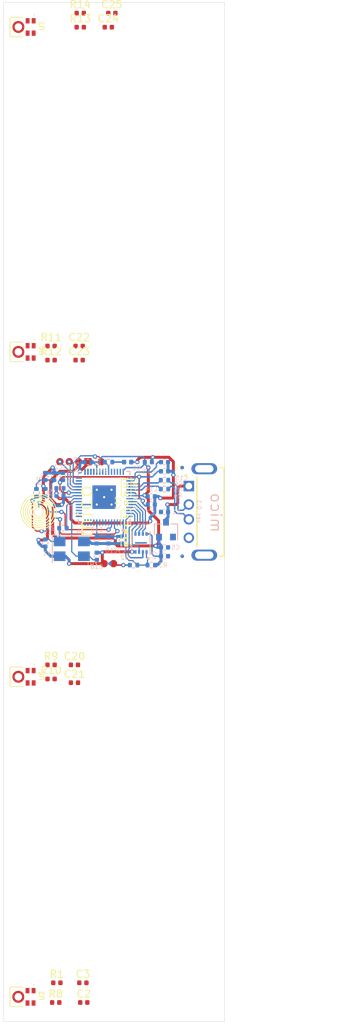
<source format=kicad_pcb>
(kicad_pcb (version 20171130) (host pcbnew 5.1.5+dfsg1-2build2)
  (title_block (title MSA) (rev 0.1) (comment 3 "Fork of: Mico, Electronut Labs") (comment 4 "Cayden Pierce"))
  (layers (0 F.Cu signal) (31 B.Cu signal) (34 B.Paste user hide) (35 F.Paste user hide) (36 B.SilkS user hide) (37 F.SilkS user hide) (38 B.Mask user hide) (39 F.Mask user hide) (44 Edge.Cuts user))
  (net 0 "")
  (net 1 VBUS)
  (net 2 GND)
  (net 3 +3V3)
  (net 4 +1V1)
  (net 5 /XIN)
  (net 6 "Net-(C19-Pad2)")
  (net 7 "Net-(D1-Pad2)")
  (net 8 /SWDCLK)
  (net 9 /SWDIO)
  (net 10 /MIC_L\R)
  (net 11 /USB_BOOT)
  (net 12 /QSPI_SS)
  (net 13 /RED_LED)
  (net 14 /XOUT)
  (net 15 /RP_RUN)
  (net 16 /MIC_CLK)
  (net 17 /QSPI_SD1)
  (net 18 /QSPI_SD2)
  (net 19 /QSPI_SD0)
  (net 20 /QSPI_SCLK)
  (net 21 /QSPI_SD3)
  (net 22 /USB-D_N)
  (net 23 /USB-D_P)
  (net 24 /USB0-D_N)
  (net 25 /USB0-D_P)
  (net 26 /MIC_DOUT_0)
  (net 27 "Net-(U4-Pad41)")
  (net 28 "Net-(U4-Pad40)")
  (net 29 "Net-(U4-Pad39)")
  (net 30 "Net-(U4-Pad38)")
  (net 31 "Net-(U4-Pad36)")
  (net 32 "Net-(U4-Pad35)")
  (net 33 "Net-(U4-Pad34)")
  (net 34 "Net-(U4-Pad32)")
  (net 35 "Net-(U4-Pad31)")
  (net 36 "Net-(U4-Pad30)")
  (net 37 "Net-(U4-Pad29)")
  (net 38 "Net-(U4-Pad14)")
  (net 39 "Net-(U4-Pad13)")
  (net 40 "Net-(U4-Pad12)")
  (net 41 "Net-(U4-Pad11)")
  (net 42 "Net-(U4-Pad9)")
  (net 43 /MIC_DOUT_3)
  (net 44 /MIC_DOUT_2)
  (net 45 /MIC_DOUT_1)
  (net 46 "Net-(U4-Pad3)")
  (net 47 "Net-(U4-Pad2)")
  (net 48 "Net-(U4-Pad28)")
  (net 49 "Net-(U4-Pad27)")
  (net 50 "Net-(U4-Pad18)")
  (net 51 "Net-(U4-Pad17)")
  (net 52 "Net-(U4-Pad16)")
  (net 53 "Net-(U4-Pad15)")
  (module mico:QFN40P700X700X90-57N (layer B.Cu) (at 130.4 110 90)
    (fp_text reference U4 (at -4.6 -3.2) (layer B.SilkS) (effects (font (size 0.6 0.6) (thickness 0.06)) (justify mirror)))
    (fp_text value RP2040)
    (pad 57 smd rect (at 0 0 90) (size 3.2 3.2) (layers B.Cu B.Mask) (net 2 GND))
    (pad 42 smd roundrect (at 3.435 2.6 90) (size 0.84 0.2) (layers B.Cu B.Paste B.Mask) (roundrect_rratio 0.03) (net 3 +3V3))
    (pad 41 smd roundrect (at 3.435 2.2 90) (size 0.84 0.2) (layers B.Cu B.Paste B.Mask) (roundrect_rratio 0.03) (net 27 "Net-(U4-Pad41)"))
    (pad 40 smd roundrect (at 3.435 1.8 90) (size 0.84 0.2) (layers B.Cu B.Paste B.Mask) (roundrect_rratio 0.03) (net 28 "Net-(U4-Pad40)"))
    (pad 39 smd roundrect (at 3.435 1.4 90) (size 0.84 0.2) (layers B.Cu B.Paste B.Mask) (roundrect_rratio 0.03) (net 29 "Net-(U4-Pad39)"))
    (pad 38 smd roundrect (at 3.435 1 90) (size 0.84 0.2) (layers B.Cu B.Paste B.Mask) (roundrect_rratio 0.03) (net 30 "Net-(U4-Pad38)"))
    (pad 37 smd roundrect (at 3.435 0.6 90) (size 0.84 0.2) (layers B.Cu B.Paste B.Mask) (roundrect_rratio 0.03) (net 13 /RED_LED))
    (pad 36 smd roundrect (at 3.435 0.2 90) (size 0.84 0.2) (layers B.Cu B.Paste B.Mask) (roundrect_rratio 0.03) (net 31 "Net-(U4-Pad36)"))
    (pad 35 smd roundrect (at 3.435 -0.2 90) (size 0.84 0.2) (layers B.Cu B.Paste B.Mask) (roundrect_rratio 0.03) (net 32 "Net-(U4-Pad35)"))
    (pad 34 smd roundrect (at 3.435 -0.6 90) (size 0.84 0.2) (layers B.Cu B.Paste B.Mask) (roundrect_rratio 0.03) (net 33 "Net-(U4-Pad34)"))
    (pad 33 smd roundrect (at 3.435 -1 90) (size 0.84 0.2) (layers B.Cu B.Paste B.Mask) (roundrect_rratio 0.03) (net 3 +3V3))
    (pad 32 smd roundrect (at 3.435 -1.4 90) (size 0.84 0.2) (layers B.Cu B.Paste B.Mask) (roundrect_rratio 0.03) (net 34 "Net-(U4-Pad32)"))
    (pad 31 smd roundrect (at 3.435 -1.8 90) (size 0.84 0.2) (layers B.Cu B.Paste B.Mask) (roundrect_rratio 0.03) (net 35 "Net-(U4-Pad31)"))
    (pad 30 smd roundrect (at 3.435 -2.2 90) (size 0.84 0.2) (layers B.Cu B.Paste B.Mask) (roundrect_rratio 0.03) (net 36 "Net-(U4-Pad30)"))
    (pad 29 smd roundrect (at 3.435 -2.6 90) (size 0.84 0.2) (layers B.Cu B.Paste B.Mask) (roundrect_rratio 0.03) (net 37 "Net-(U4-Pad29)"))
    (pad 14 smd roundrect (at -3.435 -2.6 90) (size 0.84 0.2) (layers B.Cu B.Paste B.Mask) (roundrect_rratio 0.03) (net 38 "Net-(U4-Pad14)"))
    (pad 13 smd roundrect (at -3.435 -2.2 90) (size 0.84 0.2) (layers B.Cu B.Paste B.Mask) (roundrect_rratio 0.03) (net 39 "Net-(U4-Pad13)"))
    (pad 12 smd roundrect (at -3.435 -1.8 90) (size 0.84 0.2) (layers B.Cu B.Paste B.Mask) (roundrect_rratio 0.03) (net 40 "Net-(U4-Pad12)"))
    (pad 11 smd roundrect (at -3.435 -1.4 90) (size 0.84 0.2) (layers B.Cu B.Paste B.Mask) (roundrect_rratio 0.03) (net 41 "Net-(U4-Pad11)"))
    (pad 10 smd roundrect (at -3.435 -1 90) (size 0.84 0.2) (layers B.Cu B.Paste B.Mask) (roundrect_rratio 0.03) (net 3 +3V3))
    (pad 9 smd roundrect (at -3.435 -0.6 90) (size 0.84 0.2) (layers B.Cu B.Paste B.Mask) (roundrect_rratio 0.03) (net 42 "Net-(U4-Pad9)"))
    (pad 8 smd roundrect (at -3.435 -0.2 90) (size 0.84 0.2) (layers B.Cu B.Paste B.Mask) (roundrect_rratio 0.03) (net 43 /MIC_DOUT_3))
    (pad 7 smd roundrect (at -3.435 0.2 90) (size 0.84 0.2) (layers B.Cu B.Paste B.Mask) (roundrect_rratio 0.03) (net 44 /MIC_DOUT_2))
    (pad 6 smd roundrect (at -3.435 0.6 90) (size 0.84 0.2) (layers B.Cu B.Paste B.Mask) (roundrect_rratio 0.03) (net 45 /MIC_DOUT_1))
    (pad 5 smd roundrect (at -3.435 1 90) (size 0.84 0.2) (layers B.Cu B.Paste B.Mask) (roundrect_rratio 0.03) (net 16 /MIC_CLK))
    (pad 4 smd roundrect (at -3.435 1.4 90) (size 0.84 0.2) (layers B.Cu B.Paste B.Mask) (roundrect_rratio 0.03) (net 26 /MIC_DOUT_0))
    (pad 3 smd roundrect (at -3.435 1.8 90) (size 0.84 0.2) (layers B.Cu B.Paste B.Mask) (roundrect_rratio 0.03) (net 46 "Net-(U4-Pad3)"))
    (pad 2 smd roundrect (at -3.435 2.2 90) (size 0.84 0.2) (layers B.Cu B.Paste B.Mask) (roundrect_rratio 0.03) (net 47 "Net-(U4-Pad2)"))
    (pad 1 smd roundrect (at -3.435 2.6 90) (size 0.84 0.2) (layers B.Cu B.Paste B.Mask) (roundrect_rratio 0.03) (net 3 +3V3))
    (pad 56 smd roundrect (at -2.6 3.435 90) (size 0.2 0.84) (layers B.Cu B.Paste B.Mask) (roundrect_rratio 0.1) (net 12 /QSPI_SS))
    (pad 55 smd roundrect (at -2.2 3.435 90) (size 0.2 0.84) (layers B.Cu B.Paste B.Mask) (roundrect_rratio 0.1) (net 17 /QSPI_SD1))
    (pad 54 smd roundrect (at -1.8 3.435 90) (size 0.2 0.84) (layers B.Cu B.Paste B.Mask) (roundrect_rratio 0.1) (net 18 /QSPI_SD2))
    (pad 53 smd roundrect (at -1.4 3.435 90) (size 0.2 0.84) (layers B.Cu B.Paste B.Mask) (roundrect_rratio 0.1) (net 19 /QSPI_SD0))
    (pad 52 smd roundrect (at -1 3.435 90) (size 0.2 0.84) (layers B.Cu B.Paste B.Mask) (roundrect_rratio 0.1) (net 20 /QSPI_SCLK))
    (pad 51 smd roundrect (at -0.6 3.435 90) (size 0.2 0.84) (layers B.Cu B.Paste B.Mask) (roundrect_rratio 0.1) (net 21 /QSPI_SD3))
    (pad 50 smd roundrect (at -0.2 3.435 90) (size 0.2 0.84) (layers B.Cu B.Paste B.Mask) (roundrect_rratio 0.1) (net 4 +1V1))
    (pad 49 smd roundrect (at 0.2 3.435 90) (size 0.2 0.84) (layers B.Cu B.Paste B.Mask) (roundrect_rratio 0.1) (net 3 +3V3))
    (pad 48 smd roundrect (at 0.6 3.435 90) (size 0.2 0.84) (layers B.Cu B.Paste B.Mask) (roundrect_rratio 0.1) (net 3 +3V3))
    (pad 47 smd roundrect (at 1 3.435 90) (size 0.2 0.84) (layers B.Cu B.Paste B.Mask) (roundrect_rratio 0.1) (net 23 /USB-D_P))
    (pad 46 smd roundrect (at 1.4 3.435 90) (size 0.2 0.84) (layers B.Cu B.Paste B.Mask) (roundrect_rratio 0.1) (net 22 /USB-D_N))
    (pad 45 smd roundrect (at 1.8 3.435 90) (size 0.2 0.84) (layers B.Cu B.Paste B.Mask) (roundrect_rratio 0.1) (net 4 +1V1))
    (pad 44 smd roundrect (at 2.2 3.435 90) (size 0.2 0.84) (layers B.Cu B.Paste B.Mask) (roundrect_rratio 0.1) (net 3 +3V3))
    (pad 43 smd roundrect (at 2.6 3.435 90) (size 0.2 0.84) (layers B.Cu B.Paste B.Mask) (roundrect_rratio 0.1) (net 3 +3V3))
    (pad 28 smd roundrect (at 2.6 -3.435 90) (size 0.2 0.84) (layers B.Cu B.Paste B.Mask) (roundrect_rratio 0.1) (net 48 "Net-(U4-Pad28)"))
    (pad 27 smd roundrect (at 2.2 -3.435 90) (size 0.2 0.84) (layers B.Cu B.Paste B.Mask) (roundrect_rratio 0.1) (net 49 "Net-(U4-Pad27)"))
    (pad 26 smd roundrect (at 1.8 -3.435 90) (size 0.2 0.84) (layers B.Cu B.Paste B.Mask) (roundrect_rratio 0.1) (net 15 /RP_RUN))
    (pad 25 smd roundrect (at 1.4 -3.435 90) (size 0.2 0.84) (layers B.Cu B.Paste B.Mask) (roundrect_rratio 0.1) (net 9 /SWDIO))
    (pad 24 smd roundrect (at 1 -3.435 90) (size 0.2 0.84) (layers B.Cu B.Paste B.Mask) (roundrect_rratio 0.1) (net 8 /SWDCLK))
    (pad 23 smd roundrect (at 0.6 -3.435 90) (size 0.2 0.84) (layers B.Cu B.Paste B.Mask) (roundrect_rratio 0.1) (net 4 +1V1))
    (pad 22 smd roundrect (at 0.2 -3.435 90) (size 0.2 0.84) (layers B.Cu B.Paste B.Mask) (roundrect_rratio 0.1) (net 3 +3V3))
    (pad 21 smd roundrect (at -0.2 -3.435 90) (size 0.2 0.84) (layers B.Cu B.Paste B.Mask) (roundrect_rratio 0.1) (net 14 /XOUT))
    (pad 20 smd roundrect (at -0.6 -3.435 90) (size 0.2 0.84) (layers B.Cu B.Paste B.Mask) (roundrect_rratio 0.1) (net 5 /XIN))
    (pad 19 smd roundrect (at -1 -3.435 90) (size 0.2 0.84) (layers B.Cu B.Paste B.Mask) (roundrect_rratio 0.1) (net 2 GND))
    (pad 18 smd roundrect (at -1.4 -3.435 90) (size 0.2 0.84) (layers B.Cu B.Paste B.Mask) (roundrect_rratio 0.1) (net 50 "Net-(U4-Pad18)"))
    (pad 17 smd roundrect (at -1.8 -3.435 90) (size 0.2 0.84) (layers B.Cu B.Paste B.Mask) (roundrect_rratio 0.1) (net 51 "Net-(U4-Pad17)"))
    (pad 16 smd roundrect (at -2.2 -3.435 90) (size 0.2 0.84) (layers B.Cu B.Paste B.Mask) (roundrect_rratio 0.1) (net 52 "Net-(U4-Pad16)"))
    (pad 15 smd roundrect (at -2.6 -3.435 90) (size 0.2 0.84) (layers B.Cu B.Paste B.Mask) (roundrect_rratio 0.1) (net 53 "Net-(U4-Pad15)"))
  )
  (module mico:USB-A (layer F.Cu) (at 144 112 90)
    (fp_text reference J1 (at 6 -3.5 180) (layer F.SilkS) (effects (font (size 0.6 0.6) (thickness 0.06))))
    (fp_text value USB_A)
    (pad 4 thru_hole circle (at -3.5 -2.1 90) (size 1.428 1.428) (drill 0.92) (layers *.Cu *.Mask) (net 2 GND))
    (pad 3 thru_hole circle (at -1 -2.1 90) (size 1.428 1.428) (drill 0.92) (layers *.Cu *.Mask) (net 25 /USB0-D_P))
    (pad 2 thru_hole circle (at 1 -2.1 90) (size 1.428 1.428) (drill 0.92) (layers *.Cu *.Mask) (net 24 /USB0-D_N))
    (pad 1 thru_hole rect (at 3.5 -2.1 90) (size 1.428 1.428) (drill 0.92) (layers *.Cu *.Mask) (net 1 VBUS))
    (pad 5 thru_hole oval (at 5.85 0 90) (size 1.508 3.5) (drill oval 1 2.5) (layers *.Cu *.Mask) (net 2 GND))
    (pad 5 thru_hole oval (at -5.85 0 90) (size 1.508 3.5) (drill oval 1 2.5) (layers *.Cu *.Mask) (net 2 GND))
    (pad "" np_thru_hole circle (at 2.3 0 90) (size 1.1 1.1) (drill 1.1) (layers *.Cu *.Mask))
    (pad "" np_thru_hole circle (at -2.3 0 90) (size 1.1 1.1) (drill 1.1) (layers *.Cu *.Mask))
  )
  (module mico:PSON50P300X200X60-9N (layer B.Cu) (at 135.4 116.2 90)
    (fp_text reference U3 (at 2.3 0.1 180) (layer B.SilkS) (effects (font (size 0.6 0.6) (thickness 0.06)) (justify mirror)))
    (fp_text value W25Q128JV)
    (pad 9 smd rect (at 0 0 90) (size 0.2 1.6) (layers B.Cu B.Paste B.Mask))
    (pad 8 smd rect (at 1.22 0.75 90) (size 0.5 0.3) (layers B.Cu B.Paste B.Mask) (net 3 +3V3))
    (pad 7 smd rect (at 1.22 0.25 90) (size 0.5 0.3) (layers B.Cu B.Paste B.Mask) (net 21 /QSPI_SD3))
    (pad 6 smd rect (at 1.22 -0.25 90) (size 0.5 0.3) (layers B.Cu B.Paste B.Mask) (net 20 /QSPI_SCLK))
    (pad 5 smd rect (at 1.22 -0.75 90) (size 0.5 0.3) (layers B.Cu B.Paste B.Mask) (net 19 /QSPI_SD0))
    (pad 4 smd rect (at -1.22 -0.75 90) (size 0.5 0.3) (layers B.Cu B.Paste B.Mask) (net 2 GND))
    (pad 3 smd rect (at -1.22 -0.25 90) (size 0.5 0.3) (layers B.Cu B.Paste B.Mask) (net 18 /QSPI_SD2))
    (pad 2 smd rect (at -1.22 0.25 90) (size 0.5 0.3) (layers B.Cu B.Paste B.Mask) (net 17 /QSPI_SD1))
    (pad 1 smd rect (at -1.22 0.75 90) (size 0.5 0.3) (layers B.Cu B.Paste B.Mask) (net 12 /QSPI_SS))
  )
  (module mico:SMD_1x04_P1.27mm (layer F.Cu) (at 128.2 105.2 270)
    (fp_text reference J2 (at 1.1 2) (layer F.SilkS) (effects (font (size 0.6 0.6) (thickness 0.06))))
    (fp_text value "SWD Prog")
    (pad 4 smd oval (at 0 3.81 270) (size 1 1) (layers F.Cu F.Paste F.Mask) (net 8 /SWDCLK))
    (pad 3 smd oval (at 0 2.54 270) (size 1 1) (layers F.Cu F.Paste F.Mask) (net 9 /SWDIO))
    (pad 2 smd oval (at 0 1.27 270) (size 1 1) (layers F.Cu F.Paste F.Mask) (net 3 +3V3))
    (pad 1 smd rect (at 0 0 270) (size 1 1) (layers F.Cu F.Paste F.Mask) (net 2 GND))
  )
  (module Package_TO_SOT_SMD:SOT-23 (layer B.Cu) (at 138.8 114.4 90)
    (fp_text reference U1 (at 1 -2.7) (layer B.SilkS) (effects (font (size 0.6 0.6) (thickness 0.06)) (justify mirror)))
    (fp_text value MCP1702)
    (pad 3 smd rect (at 1 0 90) (size 0.9 0.8) (layers B.Cu B.Paste B.Mask) (net 1 VBUS))
    (pad 2 smd rect (at -1 -0.95 90) (size 0.9 0.8) (layers B.Cu B.Paste B.Mask) (net 3 +3V3))
    (pad 1 smd rect (at -1 0.95 90) (size 0.9 0.8) (layers B.Cu B.Paste B.Mask) (net 2 GND))
  )
  (module mico:SMD_1x01_P1.27mm (layer F.Cu) (at 130 105.2 270)
    (fp_text reference TP2 (at 1.2 0 180) (layer F.SilkS) (effects (font (size 0.6 0.6) (thickness 0.06))))
    (fp_text value TestPoint)
    (pad 1 smd circle (at 0 0 270) (size 1 1) (layers F.Cu F.Paste F.Mask) (net 15 /RP_RUN))
  )
  (module Capacitor_SMD:C_0402_1005Metric (layer B.Cu) (at 138.6 118)
    (fp_text reference C4 (at -1.4 -0.1 90) (layer B.SilkS) (effects (font (size 0.6 0.6) (thickness 0.06)) (justify mirror)))
    (fp_text value 0.1uF)
    (pad 2 smd roundrect (at 0.48 0) (size 0.56 0.62) (layers B.Cu B.Paste B.Mask) (net 2 GND))
    (pad 1 smd roundrect (at -0.48 0) (size 0.56 0.62) (layers B.Cu B.Paste B.Mask) (net 3 +3V3))
  )
  (module Capacitor_SMD:C_0402_1005Metric (layer B.Cu) (at 129.4 118 270)
    (fp_text reference C18 (at 1.4 0 180) (layer B.SilkS) (effects (font (size 0.6 0.6) (thickness 0.06)) (justify mirror)))
    (fp_text value 27pF)
    (pad 1 smd roundrect (at -0.48 0 270) (size 0.56 0.62) (layers B.Cu B.Paste B.Mask) (net 2 GND))
    (pad 2 smd roundrect (at 0.48 0 270) (size 0.56 0.62) (layers B.Cu B.Paste B.Mask) (net 5 /XIN))
  )
  (module Resistor_SMD:R_0402_1005Metric (layer B.Cu) (at 131 105.25 180)
    (fp_text reference R6 (at 1.4 0 90) (layer B.SilkS) (effects (font (size 0.6 0.6) (thickness 0.06)) (justify mirror)))
    (fp_text value 470R)
    (pad 1 smd roundrect (at -0.51 0 180) (size 0.54 0.64) (layers B.Cu B.Paste B.Mask) (net 7 "Net-(D1-Pad2)"))
    (pad 2 smd roundrect (at 0.51 0 180) (size 0.54 0.64) (layers B.Cu B.Paste B.Mask) (net 13 /RED_LED))
  )
  (module Resistor_SMD:R_0402_1005Metric (layer B.Cu) (at 122.4 109.4 90)
    (fp_text reference R1 (at 0 0.8 90) (layer B.SilkS) (effects (font (size 0.6 0.6) (thickness 0.06)) (justify mirror)))
    (fp_text value 10K)
    (pad 2 smd roundrect (at 0.51 0 90) (size 0.54 0.64) (layers B.Cu B.Paste B.Mask) (net 2 GND))
    (pad 1 smd roundrect (at -0.51 0 90) (size 0.54 0.64) (layers B.Cu B.Paste B.Mask) (net 10 /MIC_L\R))
  )
  (module Capacitor_SMD:C_0402_1005Metric (layer B.Cu) (at 124.4 109.8 180)
    (fp_text reference C17 (at -1.4 -0.7 270) (layer B.SilkS) (effects (font (size 0.6 0.6) (thickness 0.06)) (justify mirror)))
    (fp_text value 10uF)
    (pad 1 smd roundrect (at -0.48 0 180) (size 0.56 0.62) (layers B.Cu B.Paste B.Mask) (net 3 +3V3))
    (pad 2 smd roundrect (at 0.48 0 180) (size 0.56 0.62) (layers B.Cu B.Paste B.Mask) (net 2 GND))
  )
  (module Capacitor_SMD:C_0402_1005Metric (layer B.Cu) (at 129.4 115.8 270)
    (fp_text reference C10 (at -1.4 0) (layer B.SilkS) (effects (font (size 0.6 0.6) (thickness 0.06)) (justify mirror)))
    (fp_text value 0.1uF)
    (pad 2 smd roundrect (at 0.48 0 270) (size 0.56 0.62) (layers B.Cu B.Paste B.Mask) (net 2 GND))
    (pad 1 smd roundrect (at -0.48 0 270) (size 0.56 0.62) (layers B.Cu B.Paste B.Mask) (net 3 +3V3))
  )
  (module Resistor_SMD:R_0402_1005Metric (layer B.Cu) (at 136.8 119.2 180)
    (fp_text reference R3 (at -1.6 0) (layer B.SilkS) (effects (font (size 0.6 0.6) (thickness 0.06)) (justify mirror)))
    (fp_text value 10K)
    (pad 1 smd roundrect (at -0.51 0 180) (size 0.54 0.64) (layers B.Cu B.Paste B.Mask) (net 3 +3V3))
    (pad 2 smd roundrect (at 0.51 0 180) (size 0.54 0.64) (layers B.Cu B.Paste B.Mask) (net 12 /QSPI_SS))
  )
  (module Capacitor_SMD:C_0402_1005Metric (layer B.Cu) (at 138.6 106.5)
    (fp_text reference C6 (at 1.9 1.7 180) (layer B.SilkS) (effects (font (size 0.6 0.6) (thickness 0.06)) (justify mirror)))
    (fp_text value 0.1uF)
    (pad 1 smd roundrect (at -0.48 0) (size 0.56 0.62) (layers B.Cu B.Paste B.Mask) (net 4 +1V1))
    (pad 2 smd roundrect (at 0.48 0) (size 0.56 0.62) (layers B.Cu B.Paste B.Mask) (net 2 GND))
  )
  (module Capacitor_SMD:C_0402_1005Metric (layer B.Cu) (at 132.8 115.8 270)
    (fp_text reference C9 (at 1.4 0 180) (layer B.SilkS) (effects (font (size 0.6 0.6) (thickness 0.06)) (justify mirror)))
    (fp_text value 1uF)
    (pad 1 smd roundrect (at -0.48 0 270) (size 0.56 0.62) (layers B.Cu B.Paste B.Mask) (net 3 +3V3))
    (pad 2 smd roundrect (at 0.48 0 270) (size 0.56 0.62) (layers B.Cu B.Paste B.Mask) (net 2 GND))
  )
  (module Capacitor_SMD:C_0402_1005Metric (layer B.Cu) (at 124.4 108.8 180)
    (fp_text reference C11 (at -1.4 0.4 270) (layer B.SilkS) (effects (font (size 0.6 0.6) (thickness 0.06)) (justify mirror)))
    (fp_text value 0.1uF)
    (pad 1 smd roundrect (at -0.48 0 180) (size 0.56 0.62) (layers B.Cu B.Paste B.Mask) (net 3 +3V3))
    (pad 2 smd roundrect (at 0.48 0 180) (size 0.56 0.62) (layers B.Cu B.Paste B.Mask) (net 2 GND))
  )
  (module Resistor_SMD:R_0402_1005Metric (layer B.Cu) (at 138.6 108.9)
    (fp_text reference R4 (at 1.8 0.9 180) (layer B.SilkS) (effects (font (size 0.6 0.6) (thickness 0.06)) (justify mirror)))
    (fp_text value 27R)
    (pad 2 smd roundrect (at 0.51 0) (size 0.54 0.64) (layers B.Cu B.Paste B.Mask) (net 25 /USB0-D_P))
    (pad 1 smd roundrect (at -0.51 0) (size 0.54 0.64) (layers B.Cu B.Paste B.Mask) (net 23 /USB-D_P))
  )
  (module Resistor_SMD:R_0402_1005Metric (layer B.Cu) (at 124.8 114.2 180)
    (fp_text reference R7 (at 1.6 0 180) (layer B.SilkS) (effects (font (size 0.6 0.6) (thickness 0.06)) (justify mirror)))
    (fp_text value 1K)
    (pad 1 smd roundrect (at -0.51 0 180) (size 0.54 0.64) (layers B.Cu B.Paste B.Mask) (net 14 /XOUT))
    (pad 2 smd roundrect (at 0.51 0 180) (size 0.54 0.64) (layers B.Cu B.Paste B.Mask) (net 6 "Net-(C19-Pad2)"))
  )
  (module Capacitor_SMD:C_0402_1005Metric (layer B.Cu) (at 128.2 105.25 180)
    (fp_text reference C12 (at 1.6 -0.1 90) (layer B.SilkS) (effects (font (size 0.6 0.6) (thickness 0.06)) (justify mirror)))
    (fp_text value 0.1uF)
    (pad 2 smd roundrect (at 0.48 0 180) (size 0.56 0.62) (layers B.Cu B.Paste B.Mask) (net 2 GND))
    (pad 1 smd roundrect (at -0.48 0 180) (size 0.56 0.62) (layers B.Cu B.Paste B.Mask) (net 3 +3V3))
  )
  (module Capacitor_SMD:C_0402_1005Metric (layer B.Cu) (at 138.6 112 180)
    (fp_text reference C1 (at -1.6 0) (layer B.SilkS) (effects (font (size 0.6 0.6) (thickness 0.06)) (justify mirror)))
    (fp_text value 10uF)
    (pad 1 smd roundrect (at -0.48 0 180) (size 0.56 0.62) (layers B.Cu B.Paste B.Mask) (net 1 VBUS))
    (pad 2 smd roundrect (at 0.48 0 180) (size 0.56 0.62) (layers B.Cu B.Paste B.Mask) (net 2 GND))
  )
  (module Capacitor_SMD:C_0402_1005Metric (layer B.Cu) (at 124.8 107.2 90)
    (fp_text reference C8 (at 0.3 1 90) (layer B.SilkS) (effects (font (size 0.6 0.6) (thickness 0.06)) (justify mirror)))
    (fp_text value 1uF)
    (pad 1 smd roundrect (at -0.48 0 90) (size 0.56 0.62) (layers B.Cu B.Paste B.Mask) (net 4 +1V1))
    (pad 2 smd roundrect (at 0.48 0 90) (size 0.56 0.62) (layers B.Cu B.Paste B.Mask) (net 2 GND))
  )
  (module Capacitor_SMD:C_0402_1005Metric (layer B.Cu) (at 136.4 105.25)
    (fp_text reference C13 (at 0.1 1.35) (layer B.SilkS) (effects (font (size 0.6 0.6) (thickness 0.06)) (justify mirror)))
    (fp_text value 0.1uF)
    (pad 1 smd roundrect (at -0.48 0) (size 0.56 0.62) (layers B.Cu B.Paste B.Mask) (net 3 +3V3))
    (pad 2 smd roundrect (at 0.48 0) (size 0.56 0.62) (layers B.Cu B.Paste B.Mask) (net 2 GND))
  )
  (module Capacitor_SMD:C_0402_1005Metric (layer B.Cu) (at 138.6 105.25)
    (fp_text reference C15 (at 2.3 2.15 180) (layer B.SilkS) (effects (font (size 0.6 0.6) (thickness 0.06)) (justify mirror)))
    (fp_text value 0.1uF)
    (pad 1 smd roundrect (at -0.48 0) (size 0.56 0.62) (layers B.Cu B.Paste B.Mask) (net 3 +3V3))
    (pad 2 smd roundrect (at 0.48 0) (size 0.56 0.62) (layers B.Cu B.Paste B.Mask) (net 2 GND))
  )
  (module Crystal:Crystal_SMD_5032-4Pin_5.0x3.2mm (layer B.Cu) (at 126 117)
    (fp_text reference Y1 (at -3.4 0.6) (layer B.SilkS) (effects (font (size 0.6 0.6) (thickness 0.06)) (justify mirror)))
    (fp_text value H130B-12.000-20-3050-EXT-TR)
    (pad 4 smd rect (at -1.65 1) (size 1.6 1.3) (layers B.Cu B.Paste B.Mask) (net 2 GND))
    (pad 3 smd rect (at 1.65 1) (size 1.6 1.3) (layers B.Cu B.Paste B.Mask) (net 5 /XIN))
    (pad 2 smd rect (at 1.65 -1) (size 1.6 1.3) (layers B.Cu B.Paste B.Mask) (net 2 GND))
    (pad 1 smd rect (at -1.65 -1) (size 1.6 1.3) (layers B.Cu B.Paste B.Mask) (net 6 "Net-(C19-Pad2)"))
  )
  (module Capacitor_SMD:C_0402_1005Metric (layer B.Cu) (at 122.4 107.2 270)
    (fp_text reference C2 (at -1.3 -1.8 180) (layer B.SilkS) (effects (font (size 0.6 0.6) (thickness 0.06)) (justify mirror)))
    (fp_text value 0.1uF)
    (pad 2 smd roundrect (at 0.48 0 270) (size 0.56 0.62) (layers B.Cu B.Paste B.Mask) (net 3 +3V3))
    (pad 1 smd roundrect (at -0.48 0 270) (size 0.56 0.62) (layers B.Cu B.Paste B.Mask) (net 2 GND))
  )
  (module Capacitor_SMD:C_0402_1005Metric (layer B.Cu) (at 123.6 107.2 270)
    (fp_text reference C3 (at -1.3 -1.8) (layer B.SilkS) (effects (font (size 0.6 0.6) (thickness 0.06)) (justify mirror)))
    (fp_text value 1uF)
    (pad 2 smd roundrect (at 0.48 0 270) (size 0.56 0.62) (layers B.Cu B.Paste B.Mask) (net 3 +3V3))
    (pad 1 smd roundrect (at -0.48 0 270) (size 0.56 0.62) (layers B.Cu B.Paste B.Mask) (net 2 GND))
  )
  (module Capacitor_SMD:C_0402_1005Metric (layer B.Cu) (at 136.8 111)
    (fp_text reference C7 (at -0.1 1.1 180) (layer B.SilkS) (effects (font (size 0.6 0.6) (thickness 0.06)) (justify mirror)))
    (fp_text value 0.1uF)
    (pad 2 smd roundrect (at 0.48 0) (size 0.56 0.62) (layers B.Cu B.Paste B.Mask) (net 2 GND))
    (pad 1 smd roundrect (at -0.48 0) (size 0.56 0.62) (layers B.Cu B.Paste B.Mask) (net 4 +1V1))
  )
  (module mico:SMD_1x02_P1.27mm (layer F.Cu) (at 130.4 119 90)
    (fp_text reference TP1 (at -0.1 -1.6 180) (layer F.SilkS) (effects (font (size 0.6 0.6) (thickness 0.06))))
    (fp_text value TestPoint_2Pole)
    (pad 2 smd oval (at 0 1.27 90) (size 1 1) (layers F.Cu F.Paste F.Mask) (net 11 /USB_BOOT))
    (pad 1 smd circle (at 0 0 90) (size 1 1) (layers F.Cu F.Paste F.Mask) (net 2 GND))
  )
  (module Capacitor_SMD:C_0402_1005Metric (layer B.Cu) (at 131 115.8 270)
    (fp_text reference C16 (at 1.4 -0.4) (layer B.SilkS) (effects (font (size 0.6 0.6) (thickness 0.06)) (justify mirror)))
    (fp_text value 0.1uF)
    (pad 2 smd roundrect (at 0.48 0 270) (size 0.56 0.62) (layers B.Cu B.Paste B.Mask) (net 2 GND))
    (pad 1 smd roundrect (at -0.48 0 270) (size 0.56 0.62) (layers B.Cu B.Paste B.Mask) (net 3 +3V3))
  )
  (module Capacitor_SMD:C_0402_1005Metric (layer B.Cu) (at 136.8 109.9)
    (fp_text reference C14 (at 0 -1 180) (layer B.SilkS) (effects (font (size 0.6 0.6) (thickness 0.06)) (justify mirror)))
    (fp_text value 0.1uF)
    (pad 2 smd roundrect (at 0.48 0) (size 0.56 0.62) (layers B.Cu B.Paste B.Mask) (net 2 GND))
    (pad 1 smd roundrect (at -0.48 0) (size 0.56 0.62) (layers B.Cu B.Paste B.Mask) (net 3 +3V3))
  )
  (module Resistor_SMD:R_0402_1005Metric (layer B.Cu) (at 134.4 119.2 180)
    (fp_text reference R2 (at 1.2 1) (layer B.SilkS) (effects (font (size 0.6 0.6) (thickness 0.06)) (justify mirror)))
    (fp_text value 1K)
    (pad 2 smd roundrect (at 0.51 0 180) (size 0.54 0.64) (layers B.Cu B.Paste B.Mask) (net 11 /USB_BOOT))
    (pad 1 smd roundrect (at -0.51 0 180) (size 0.54 0.64) (layers B.Cu B.Paste B.Mask) (net 12 /QSPI_SS))
  )
  (module LED_SMD:LED_0402_1005Metric (layer B.Cu) (at 133.6 105.25 180)
    (fp_text reference D1 (at -1.2 -0.8) (layer B.SilkS) (effects (font (size 0.6 0.6) (thickness 0.06)) (justify mirror)))
    (fp_text value APA3010SECK)
    (pad 2 smd roundrect (at 0.485 0 180) (size 0.59 0.64) (layers B.Cu B.Paste B.Mask) (net 7 "Net-(D1-Pad2)"))
    (pad 1 smd roundrect (at -0.485 0 180) (size 0.59 0.64) (layers B.Cu B.Paste B.Mask) (net 2 GND))
  )
  (module Resistor_SMD:R_0402_1005Metric (layer B.Cu) (at 138.6 107.7)
    (fp_text reference R5 (at 1.8 1.3 180) (layer B.SilkS) (effects (font (size 0.6 0.6) (thickness 0.06)) (justify mirror)))
    (fp_text value 27R)
    (pad 2 smd roundrect (at 0.51 0) (size 0.54 0.64) (layers B.Cu B.Paste B.Mask) (net 24 /USB0-D_N))
    (pad 1 smd roundrect (at -0.51 0) (size 0.54 0.64) (layers B.Cu B.Paste B.Mask) (net 22 /USB-D_N))
  )
  (module Resistor_SMD:R_0402_1005Metric (layer B.Cu) (at 121.2 109.4 270)
    (fp_text reference R8 (at -1.6 -0.4 270) (layer B.SilkS) (effects (font (size 0.6 0.6) (thickness 0.06)) (justify mirror)))
    (fp_text value 10K)
    (pad 1 smd roundrect (at -0.51 0 270) (size 0.54 0.64) (layers B.Cu B.Paste B.Mask) (net 3 +3V3))
    (pad 2 smd roundrect (at 0.51 0 270) (size 0.54 0.64) (layers B.Cu B.Paste B.Mask) (net 10 /MIC_L\R))
  )
  (module Capacitor_SMD:C_0402_1005Metric (layer B.Cu) (at 138.6 116.8)
    (fp_text reference C5 (at 1.5 0 180) (layer B.SilkS) (effects (font (size 0.6 0.6) (thickness 0.06)) (justify mirror)))
    (fp_text value 10uF)
    (pad 2 smd roundrect (at 0.48 0) (size 0.56 0.62) (layers B.Cu B.Paste B.Mask) (net 2 GND))
    (pad 1 smd roundrect (at -0.48 0) (size 0.56 0.62) (layers B.Cu B.Paste B.Mask) (net 3 +3V3))
  )
  (module Capacitor_SMD:C_0402_1005Metric (layer B.Cu) (at 122.4 116.2 90)
    (fp_text reference C19 (at 1.4 0.6 180) (layer B.SilkS) (effects (font (size 0.6 0.6) (thickness 0.06)) (justify mirror)))
    (fp_text value 27pF)
    (pad 2 smd roundrect (at 0.48 0 90) (size 0.56 0.62) (layers B.Cu B.Paste B.Mask) (net 6 "Net-(C19-Pad2)"))
    (pad 1 smd roundrect (at -0.48 0 90) (size 0.56 0.62) (layers B.Cu B.Paste B.Mask) (net 2 GND))
  )
  (module Fiducial:Fiducial_0.5mm_Mask1mm (layer B.Cu) (at 141 118)
    (fp_text reference FID1)
    (fp_text value Fiducial)
    (pad "" smd circle (at 0 0) (size 0.5 0.5) (layers B.Cu B.Mask) (clearance 0.25))
  )
  (module Fiducial:Fiducial_0.5mm_Mask1mm (layer B.Cu) (at 141 106)
    (fp_text reference FID2)
    (fp_text value Fiducial)
    (pad "" smd circle (at 0 0) (size 0.5 0.5) (layers B.Cu B.Mask) (clearance 0.25))
  )
  (module Fiducial:Fiducial_0.5mm_Mask1mm (layer B.Cu) (at 131.2 119)
    (fp_text reference FID3)
    (fp_text value Fiducial)
    (pad "" smd circle (at 0 0) (size 0.5 0.5) (layers B.Cu B.Mask) (clearance 0.25))
  )
  (module mico:el_logo-9P4_3P1 (layer F.Cu) (at 133.4 112 90)
    (fp_text reference U5 hide)
    (fp_text value logo hide)
  )
  (module Capacitor_SMD:C_0402_1005Metric (layer F.Cu) (at 127.635 178.435)
    (fp_text reference C2 (at 0 -1.17) (layer F.SilkS))
    (fp_text value 0.1uF)
    (pad 1 smd roundrect (at -0.485 0) (size 0.59 0.64) (layers F.Cu F.Paste F.Mask) (net 2 GND))
    (pad 2 smd roundrect (at 0.485 0) (size 0.59 0.64) (layers F.Cu F.Paste F.Mask) (net 3 +3V3))
  )
  (module Capacitor_SMD:C_0402_1005Metric (layer F.Cu) (at 127.508 175.768)
    (fp_text reference C3 (at 0 -1.17) (layer F.SilkS))
    (fp_text value 1uF)
    (pad 2 smd roundrect (at 0.485 0) (size 0.59 0.64) (layers F.Cu F.Paste F.Mask) (net 3 +3V3))
    (pad 1 smd roundrect (at -0.485 0) (size 0.59 0.64) (layers F.Cu F.Paste F.Mask) (net 2 GND))
  )
  (module Capacitor_SMD:C_0402_1005Metric (layer F.Cu) (at 126.365 132.715)
    (fp_text reference C20 (at 0 -1.17) (layer F.SilkS))
    (fp_text value 0.1uF)
    (pad 1 smd roundrect (at -0.485 0) (size 0.59 0.64) (layers F.Cu F.Paste F.Mask) (net 2 GND))
    (pad 2 smd roundrect (at 0.485 0) (size 0.59 0.64) (layers F.Cu F.Paste F.Mask) (net 3 +3V3))
  )
  (module Capacitor_SMD:C_0402_1005Metric (layer F.Cu) (at 126.365 135.128)
    (fp_text reference C21 (at 0 -1.17) (layer F.SilkS))
    (fp_text value 1uF)
    (pad 2 smd roundrect (at 0.485 0) (size 0.59 0.64) (layers F.Cu F.Paste F.Mask) (net 3 +3V3))
    (pad 1 smd roundrect (at -0.485 0) (size 0.59 0.64) (layers F.Cu F.Paste F.Mask) (net 2 GND))
  )
  (module Capacitor_SMD:C_0402_1005Metric (layer F.Cu) (at 127 89.535)
    (fp_text reference C22 (at 0 -1.17) (layer F.SilkS))
    (fp_text value 0.1uF)
    (pad 2 smd roundrect (at 0.485 0) (size 0.59 0.64) (layers F.Cu F.Paste F.Mask) (net 3 +3V3))
    (pad 1 smd roundrect (at -0.485 0) (size 0.59 0.64) (layers F.Cu F.Paste F.Mask) (net 2 GND))
  )
  (module Capacitor_SMD:C_0402_1005Metric (layer F.Cu) (at 127 91.44)
    (fp_text reference C23 (at 0 -1.17) (layer F.SilkS))
    (fp_text value 1uF)
    (pad 1 smd roundrect (at -0.485 0) (size 0.59 0.64) (layers F.Cu F.Paste F.Mask) (net 2 GND))
    (pad 2 smd roundrect (at 0.485 0) (size 0.59 0.64) (layers F.Cu F.Paste F.Mask) (net 3 +3V3))
  )
  (module Capacitor_SMD:C_0402_1005Metric (layer F.Cu) (at 130.96 46.355)
    (fp_text reference C24 (at 0 -1.17) (layer F.SilkS))
    (fp_text value 0.1uF)
    (pad 1 smd roundrect (at -0.485 0) (size 0.59 0.64) (layers F.Cu F.Paste F.Mask) (net 2 GND))
    (pad 2 smd roundrect (at 0.485 0) (size 0.59 0.64) (layers F.Cu F.Paste F.Mask) (net 3 +3V3))
  )
  (module Capacitor_SMD:C_0402_1005Metric (layer F.Cu) (at 131.445 44.45)
    (fp_text reference C25 (at 0 -1.17) (layer F.SilkS))
    (fp_text value 1uF)
    (pad 2 smd roundrect (at 0.485 0) (size 0.59 0.64) (layers F.Cu F.Paste F.Mask) (net 3 +3V3))
    (pad 1 smd roundrect (at -0.485 0) (size 0.59 0.64) (layers F.Cu F.Paste F.Mask) (net 2 GND))
  )
  (module Resistor_SMD:R_0402_1005Metric (layer F.Cu) (at 123.975 175.768)
    (fp_text reference R1 (at 0 -1.17) (layer F.SilkS))
    (fp_text value 10K)
    (pad 1 smd roundrect (at -0.485 0) (size 0.59 0.64) (layers F.Cu F.Paste F.Mask) (net 3 +3V3))
    (pad 2 smd roundrect (at 0.485 0) (size 0.59 0.64) (layers F.Cu F.Paste F.Mask) (net 10 /MIC_L\R))
  )
  (module Resistor_SMD:R_0402_1005Metric (layer F.Cu) (at 123.825 178.435)
    (fp_text reference R8 (at 0 -1.17) (layer F.SilkS))
    (fp_text value 10K)
    (pad 2 smd roundrect (at 0.485 0) (size 0.59 0.64) (layers F.Cu F.Paste F.Mask) (net 2 GND))
    (pad 1 smd roundrect (at -0.485 0) (size 0.59 0.64) (layers F.Cu F.Paste F.Mask) (net 10 /MIC_L\R))
  )
  (module Resistor_SMD:R_0402_1005Metric (layer F.Cu) (at 123.19 132.715)
    (fp_text reference R9 (at 0 -1.17) (layer F.SilkS))
    (fp_text value 10K)
    (pad 2 smd roundrect (at 0.485 0) (size 0.59 0.64) (layers F.Cu F.Paste F.Mask) (net 10 /MIC_L\R))
    (pad 1 smd roundrect (at -0.485 0) (size 0.59 0.64) (layers F.Cu F.Paste F.Mask) (net 3 +3V3))
  )
  (module Resistor_SMD:R_0402_1005Metric (layer F.Cu) (at 123.19 134.62)
    (fp_text reference R10 (at 0 -1.17) (layer F.SilkS))
    (fp_text value 10K)
    (pad 1 smd roundrect (at -0.485 0) (size 0.59 0.64) (layers F.Cu F.Paste F.Mask) (net 10 /MIC_L\R))
    (pad 2 smd roundrect (at 0.485 0) (size 0.59 0.64) (layers F.Cu F.Paste F.Mask) (net 2 GND))
  )
  (module Resistor_SMD:R_0402_1005Metric (layer F.Cu) (at 123.19 89.535)
    (fp_text reference R11 (at 0 -1.17) (layer F.SilkS))
    (fp_text value 10K)
    (pad 2 smd roundrect (at 0.485 0) (size 0.59 0.64) (layers F.Cu F.Paste F.Mask) (net 10 /MIC_L\R))
    (pad 1 smd roundrect (at -0.485 0) (size 0.59 0.64) (layers F.Cu F.Paste F.Mask) (net 3 +3V3))
  )
  (module Resistor_SMD:R_0402_1005Metric (layer F.Cu) (at 123.19 91.44)
    (fp_text reference R12 (at 0 -1.17) (layer F.SilkS))
    (fp_text value 10K)
    (pad 1 smd roundrect (at -0.485 0) (size 0.59 0.64) (layers F.Cu F.Paste F.Mask) (net 10 /MIC_L\R))
    (pad 2 smd roundrect (at 0.485 0) (size 0.59 0.64) (layers F.Cu F.Paste F.Mask) (net 2 GND))
  )
  (module Resistor_SMD:R_0402_1005Metric (layer F.Cu) (at 127.15 46.355)
    (fp_text reference R13 (at 0 -1.17) (layer F.SilkS))
    (fp_text value 10K)
    (pad 1 smd roundrect (at -0.485 0) (size 0.59 0.64) (layers F.Cu F.Paste F.Mask) (net 3 +3V3))
    (pad 2 smd roundrect (at 0.485 0) (size 0.59 0.64) (layers F.Cu F.Paste F.Mask) (net 10 /MIC_L\R))
  )
  (module Resistor_SMD:R_0402_1005Metric (layer F.Cu) (at 127.15 44.45)
    (fp_text reference R14 (at 0 -1.17) (layer F.SilkS))
    (fp_text value 10K)
    (pad 1 smd roundrect (at -0.485 0) (size 0.59 0.64) (layers F.Cu F.Paste F.Mask) (net 10 /MIC_L\R))
    (pad 2 smd roundrect (at 0.485 0) (size 0.59 0.64) (layers F.Cu F.Paste F.Mask) (net 2 GND))
  )
  (module mico:MIC_SPH0641LU4H-1 (layer F.Cu) (at 118.7375 177.66875 270)
    (fp_text reference U2 (at -0.14204 -3.18811 90) (layer F.SilkS) (effects (font (size 0.64 0.64))))
    (fp_text value MP23DB01HPTR)
    (pad None np_thru_hole circle (at 0 0 270) (size 0.5 0.5) (drill 0.5) (layers *.Cu *.Mask))
    (pad 3 smd custom (at 0.65625 -0.0125 270) (size 0.1 0.1) (layers F.Cu) (net 2 GND) (options (clearance outline) (anchor rect)) (primitives (gr_poly (pts (xy -0.66125 -0.4975) (xy -0.66125 -0.7975) (xy -0.70525 -0.7965) (xy -0.74725 -0.7935) (xy -0.78925 -0.7875) (xy -0.83025 -0.7795) (xy -0.87125 -0.7705) (xy -0.91125 -0.7585) (xy -0.95125 -0.7445) (xy -0.99025 -0.7285) (xy -1.02825 -0.7105) (xy -1.06525 -0.6895) (xy -1.10125 -0.6685) (xy -1.13525 -0.6445) (xy -1.16925 -0.6185) (xy -1.20025 -0.5915) (xy -1.23125 -0.5625) (xy -1.26025 -0.5315) (xy -1.28725 -0.5005) (xy -1.31325 -0.4665) (xy -1.33725 -0.4325) (xy -1.35825 -0.3965) (xy -1.37925 -0.3595) (xy -1.39725 -0.3215) (xy -1.41325 -0.2825) (xy -1.42725 -0.2425) (xy -1.43925 -0.2025) (xy -1.44825 -0.1615) (xy -1.45625 -0.1205) (xy -1.46225 -0.0785) (xy -1.46525 -0.0365) (xy -1.46625 0.0025) (xy -1.46625 0.0725) (xy -1.46325 0.1045) (xy -1.45925 0.1425) (xy -1.45225 0.1805) (xy -1.44325 0.2185) (xy -1.43325 0.2555) (xy -1.42125 0.2925) (xy -1.40725 0.3285) (xy -1.39225 0.3635) (xy -1.37425 0.3985) (xy -1.35625 0.4315) (xy -1.33525 0.4645) (xy -1.31325 0.4965) (xy -1.28925 0.5265) (xy -1.26425 0.5565) (xy -1.23825 0.5845) (xy -1.21025 0.6115) (xy -1.18125 0.6375) (xy -1.15125 0.6615) (xy -1.12025 0.6835) (xy -1.08725 0.7045) (xy -1.05425 0.7245) (xy -1.02025 0.7425) (xy -0.98525 0.7585) (xy -0.94925 0.7725) (xy -0.91225 0.7855) (xy -0.87525 0.7965) (xy -0.83825 0.8055) (xy -0.80025 0.8125) (xy -0.76125 0.8185) (xy -0.71625 0.8225) (xy -0.65625 0.8225) (xy -0.61425 0.8215) (xy -0.57125 0.8185) (xy -0.52925 0.8125) (xy -0.48825 0.8045) (xy -0.44625 0.7945) (xy -0.40625 0.7825) (xy -0.36625 0.7685) (xy -0.32725 0.7525) (xy -0.28825 0.7345) (xy -0.25125 0.7135) (xy -0.21525 0.6915) (xy -0.18025 0.6675) (xy -0.14625 0.6415) (xy -0.11425 0.6145) (xy -0.08325 0.5855) (xy -0.05425 0.5545) (xy -0.02725 0.5225) (xy -0.00125 0.4885) (xy 0.02275 0.4535) (xy 0.04475 0.4175) (xy 0.06575 0.3805) (xy 0.08375 0.3415) (xy 0.09975 0.3025) (xy 0.11375 0.2625) (xy 0.12575 0.2225) (xy 0.13575 0.1805) (xy 0.14375 0.1395) (xy 0.14975 0.0975) (xy 0.15275 0.0545) (xy 0.15375 0.0125) (xy 0.15375 0.0025) (xy 0.15275 -0.0365) (xy 0.14975 -0.0785) (xy 0.14375 -0.1205) (xy 0.13575 -0.1615) (xy 0.12675 -0.2025) (xy 0.11475 -0.2425) (xy 0.10075 -0.2825) (xy 0.08475 -0.3215) (xy 0.06675 -0.3595) (xy 0.04575 -0.3965) (xy 0.02475 -0.4325) (xy 0.00075 -0.4665) (xy -0.02525 -0.5005) (xy -0.05225 -0.5315) (xy -0.08125 -0.5625) (xy -0.11225 -0.5915) (xy -0.14325 -0.6185) (xy -0.17725 -0.6445) (xy -0.21125 -0.6685) (xy -0.24725 -0.6895) (xy -0.28425 -0.7105) (xy -0.32225 -0.7285) (xy -0.36125 -0.7445) (xy -0.40125 -0.7585) (xy -0.44125 -0.7705) (xy -0.48225 -0.7795) (xy -0.52325 -0.7875) (xy -0.56525 -0.7935) (xy -0.60725 -0.7965) (xy -0.65125 -0.7975) (xy -0.65125 -0.4975) (xy -0.63625 -0.4975) (xy -0.60725 -0.4945) (xy -0.58125 -0.4915) (xy -0.55625 -0.4865) (xy -0.53125 -0.4805) (xy -0.50725 -0.4725) (xy -0.48325 -0.4645) (xy -0.45925 -0.4545) (xy -0.43625 -0.4435) (xy -0.41325 -0.4325) (xy -0.39125 -0.4195) (xy -0.37025 -0.4045) (xy -0.34925 -0.3895) (xy -0.33025 -0.3735) (xy -0.31125 -0.3565) (xy -0.29225 -0.3385) (xy -0.27525 -0.3195) (xy -0.25925 -0.3005) (xy -0.24325 -0.2795) (xy -0.22925 -0.2585) (xy -0.21625 -0.2365) (xy -0.20325 -0.2145) (xy -0.19225 -0.1915) (xy -0.18225 -0.1675) (xy -0.17325 -0.1435) (xy -0.16625 -0.1195) (xy -0.15925 -0.0945) (xy -0.15425 -0.0695) (xy -0.15025 -0.0445) (xy -0.14725 -0.0195) (xy -0.14625 0.0025) (xy -0.14625 0.0255) (xy -0.14825 0.0525) (xy -0.15125 0.0795) (xy -0.15525 0.1055) (xy -0.16125 0.1325) (xy -0.16825 0.1585) (xy -0.17725 0.1835) (xy -0.18725 0.2085) (xy -0.19825 0.2335) (xy -0.21125 0.2575) (xy -0.22425 0.2805) (xy -0.23925 0.3025) (xy -0.25525 0.3245) (xy -0.27225 0.3455) (xy -0.29125 0.3655) (xy -0.31025 0.3845) (xy -0.33025 0.4025) (xy -0.35125 0.4185) (xy -0.37325 0.4345) (xy -0.39625 0.4485) (xy -0.41925 0.4625) (xy -0.44325 0.4745) (xy -0.46825 0.4855) (xy -0.49325 0.4945) (xy -0.51925 0.5025) (xy -0.54525 0.5095) (xy -0.57225 0.5145) (xy -0.59825 0.5185) (xy -0.62525 0.5215) (xy -0.65625 0.5225) (xy -0.66625 0.5225) (xy -0.69625 0.5215) (xy -0.72325 0.5185) (xy -0.74925 0.5145) (xy -0.77525 0.5095) (xy -0.80025 0.5025) (xy -0.82525 0.4955) (xy -0.85025 0.4855) (xy -0.87425 0.4755) (xy -0.89825 0.4635) (xy -0.92125 0.4505) (xy -0.94325 0.4365) (xy -0.96525 0.4205) (xy -0.98625 0.4045) (xy -1.00525 0.3865) (xy -1.02425 0.3685) (xy -1.04225 0.3485) (xy -1.05925 0.3285) (xy -1.07525 0.3075) (xy -1.08925 0.2855) (xy -1.10325 0.2625) (xy -1.11525 0.2385) (xy -1.12625 0.2145) (xy -1.13625 0.1905) (xy -1.14425 0.1655) (xy -1.15125 0.1395) (xy -1.15725 0.1135) (xy -1.16125 0.0875) (xy -1.16425 0.0615) (xy -1.16625 0.0355) (xy -1.16625 0.0125) (xy -1.16525 -0.0165) (xy -1.16325 -0.0435) (xy -1.16025 -0.0695) (xy -1.15525 -0.0955) (xy -1.14925 -0.1215) (xy -1.14125 -0.1465) (xy -1.13225 -0.1715) (xy -1.12225 -0.1965) (xy -1.11125 -0.2205) (xy -1.09825 -0.2435) (xy -1.08425 -0.2665) (xy -1.06925 -0.2885) (xy -1.05325 -0.3095) (xy -1.03625 -0.3295) (xy -1.01725 -0.3485) (xy -0.99825 -0.3675) (xy -0.97825 -0.3845) (xy -0.95725 -0.4005) (xy -0.93525 -0.4155) (xy -0.91225 -0.4295) (xy -0.88925 -0.4425) (xy -0.86525 -0.4535) (xy -0.84025 -0.4635) (xy -0.81525 -0.4725) (xy -0.79025 -0.4805) (xy -0.76425 -0.4865) (xy -0.73825 -0.4915) (xy -0.71225 -0.4945) (xy -0.68525 -0.4965) (xy -0.66125 -0.4975)) (width 0.001))))
    (pad 4 smd rect (at 0.8375 -1.252 270) (size 0.725 0.522) (layers F.Cu F.Paste F.Mask) (net 16 /MIC_CLK))
    (pad 5 smd rect (at 0.8375 -2.074 270) (size 0.725 0.522) (layers F.Cu F.Paste F.Mask) (net 3 +3V3))
    (pad 2 smd rect (at -0.8375 -1.252 270) (size 0.725 0.522) (layers F.Cu F.Paste F.Mask) (net 10 /MIC_L\R))
    (pad 1 smd rect (at -0.8375 -2.074 270) (size 0.725 0.522) (layers F.Cu F.Paste F.Mask) (net 26 /MIC_DOUT_0))
  )
  (module mico:MIC_SPH0641LU4H-1 (layer F.Cu) (at 118.75 134.325 270)
    (fp_text reference U5 (at -0.14204 -3.18811 90) (layer F.SilkS) (effects (font (size 0.64 0.64))))
    (fp_text value MP23DB01HPTR)
    (pad 1 smd rect (at -0.8375 -2.074 270) (size 0.725 0.522) (layers F.Cu F.Paste F.Mask) (net 45 /MIC_DOUT_1))
    (pad 2 smd rect (at -0.8375 -1.252 270) (size 0.725 0.522) (layers F.Cu F.Paste F.Mask) (net 10 /MIC_L\R))
    (pad 5 smd rect (at 0.8375 -2.074 270) (size 0.725 0.522) (layers F.Cu F.Paste F.Mask) (net 3 +3V3))
    (pad 4 smd rect (at 0.8375 -1.252 270) (size 0.725 0.522) (layers F.Cu F.Paste F.Mask) (net 16 /MIC_CLK))
    (pad 3 smd custom (at 0.65625 -0.0125 270) (size 0.1 0.1) (layers F.Cu) (net 2 GND) (options (clearance outline) (anchor rect)) (primitives (gr_poly (pts (xy -0.66125 -0.4975) (xy -0.66125 -0.7975) (xy -0.70525 -0.7965) (xy -0.74725 -0.7935) (xy -0.78925 -0.7875) (xy -0.83025 -0.7795) (xy -0.87125 -0.7705) (xy -0.91125 -0.7585) (xy -0.95125 -0.7445) (xy -0.99025 -0.7285) (xy -1.02825 -0.7105) (xy -1.06525 -0.6895) (xy -1.10125 -0.6685) (xy -1.13525 -0.6445) (xy -1.16925 -0.6185) (xy -1.20025 -0.5915) (xy -1.23125 -0.5625) (xy -1.26025 -0.5315) (xy -1.28725 -0.5005) (xy -1.31325 -0.4665) (xy -1.33725 -0.4325) (xy -1.35825 -0.3965) (xy -1.37925 -0.3595) (xy -1.39725 -0.3215) (xy -1.41325 -0.2825) (xy -1.42725 -0.2425) (xy -1.43925 -0.2025) (xy -1.44825 -0.1615) (xy -1.45625 -0.1205) (xy -1.46225 -0.0785) (xy -1.46525 -0.0365) (xy -1.46625 0.0025) (xy -1.46625 0.0725) (xy -1.46325 0.1045) (xy -1.45925 0.1425) (xy -1.45225 0.1805) (xy -1.44325 0.2185) (xy -1.43325 0.2555) (xy -1.42125 0.2925) (xy -1.40725 0.3285) (xy -1.39225 0.3635) (xy -1.37425 0.3985) (xy -1.35625 0.4315) (xy -1.33525 0.4645) (xy -1.31325 0.4965) (xy -1.28925 0.5265) (xy -1.26425 0.5565) (xy -1.23825 0.5845) (xy -1.21025 0.6115) (xy -1.18125 0.6375) (xy -1.15125 0.6615) (xy -1.12025 0.6835) (xy -1.08725 0.7045) (xy -1.05425 0.7245) (xy -1.02025 0.7425) (xy -0.98525 0.7585) (xy -0.94925 0.7725) (xy -0.91225 0.7855) (xy -0.87525 0.7965) (xy -0.83825 0.8055) (xy -0.80025 0.8125) (xy -0.76125 0.8185) (xy -0.71625 0.8225) (xy -0.65625 0.8225) (xy -0.61425 0.8215) (xy -0.57125 0.8185) (xy -0.52925 0.8125) (xy -0.48825 0.8045) (xy -0.44625 0.7945) (xy -0.40625 0.7825) (xy -0.36625 0.7685) (xy -0.32725 0.7525) (xy -0.28825 0.7345) (xy -0.25125 0.7135) (xy -0.21525 0.6915) (xy -0.18025 0.6675) (xy -0.14625 0.6415) (xy -0.11425 0.6145) (xy -0.08325 0.5855) (xy -0.05425 0.5545) (xy -0.02725 0.5225) (xy -0.00125 0.4885) (xy 0.02275 0.4535) (xy 0.04475 0.4175) (xy 0.06575 0.3805) (xy 0.08375 0.3415) (xy 0.09975 0.3025) (xy 0.11375 0.2625) (xy 0.12575 0.2225) (xy 0.13575 0.1805) (xy 0.14375 0.1395) (xy 0.14975 0.0975) (xy 0.15275 0.0545) (xy 0.15375 0.0125) (xy 0.15375 0.0025) (xy 0.15275 -0.0365) (xy 0.14975 -0.0785) (xy 0.14375 -0.1205) (xy 0.13575 -0.1615) (xy 0.12675 -0.2025) (xy 0.11475 -0.2425) (xy 0.10075 -0.2825) (xy 0.08475 -0.3215) (xy 0.06675 -0.3595) (xy 0.04575 -0.3965) (xy 0.02475 -0.4325) (xy 0.00075 -0.4665) (xy -0.02525 -0.5005) (xy -0.05225 -0.5315) (xy -0.08125 -0.5625) (xy -0.11225 -0.5915) (xy -0.14325 -0.6185) (xy -0.17725 -0.6445) (xy -0.21125 -0.6685) (xy -0.24725 -0.6895) (xy -0.28425 -0.7105) (xy -0.32225 -0.7285) (xy -0.36125 -0.7445) (xy -0.40125 -0.7585) (xy -0.44125 -0.7705) (xy -0.48225 -0.7795) (xy -0.52325 -0.7875) (xy -0.56525 -0.7935) (xy -0.60725 -0.7965) (xy -0.65125 -0.7975) (xy -0.65125 -0.4975) (xy -0.63625 -0.4975) (xy -0.60725 -0.4945) (xy -0.58125 -0.4915) (xy -0.55625 -0.4865) (xy -0.53125 -0.4805) (xy -0.50725 -0.4725) (xy -0.48325 -0.4645) (xy -0.45925 -0.4545) (xy -0.43625 -0.4435) (xy -0.41325 -0.4325) (xy -0.39125 -0.4195) (xy -0.37025 -0.4045) (xy -0.34925 -0.3895) (xy -0.33025 -0.3735) (xy -0.31125 -0.3565) (xy -0.29225 -0.3385) (xy -0.27525 -0.3195) (xy -0.25925 -0.3005) (xy -0.24325 -0.2795) (xy -0.22925 -0.2585) (xy -0.21625 -0.2365) (xy -0.20325 -0.2145) (xy -0.19225 -0.1915) (xy -0.18225 -0.1675) (xy -0.17325 -0.1435) (xy -0.16625 -0.1195) (xy -0.15925 -0.0945) (xy -0.15425 -0.0695) (xy -0.15025 -0.0445) (xy -0.14725 -0.0195) (xy -0.14625 0.0025) (xy -0.14625 0.0255) (xy -0.14825 0.0525) (xy -0.15125 0.0795) (xy -0.15525 0.1055) (xy -0.16125 0.1325) (xy -0.16825 0.1585) (xy -0.17725 0.1835) (xy -0.18725 0.2085) (xy -0.19825 0.2335) (xy -0.21125 0.2575) (xy -0.22425 0.2805) (xy -0.23925 0.3025) (xy -0.25525 0.3245) (xy -0.27225 0.3455) (xy -0.29125 0.3655) (xy -0.31025 0.3845) (xy -0.33025 0.4025) (xy -0.35125 0.4185) (xy -0.37325 0.4345) (xy -0.39625 0.4485) (xy -0.41925 0.4625) (xy -0.44325 0.4745) (xy -0.46825 0.4855) (xy -0.49325 0.4945) (xy -0.51925 0.5025) (xy -0.54525 0.5095) (xy -0.57225 0.5145) (xy -0.59825 0.5185) (xy -0.62525 0.5215) (xy -0.65625 0.5225) (xy -0.66625 0.5225) (xy -0.69625 0.5215) (xy -0.72325 0.5185) (xy -0.74925 0.5145) (xy -0.77525 0.5095) (xy -0.80025 0.5025) (xy -0.82525 0.4955) (xy -0.85025 0.4855) (xy -0.87425 0.4755) (xy -0.89825 0.4635) (xy -0.92125 0.4505) (xy -0.94325 0.4365) (xy -0.96525 0.4205) (xy -0.98625 0.4045) (xy -1.00525 0.3865) (xy -1.02425 0.3685) (xy -1.04225 0.3485) (xy -1.05925 0.3285) (xy -1.07525 0.3075) (xy -1.08925 0.2855) (xy -1.10325 0.2625) (xy -1.11525 0.2385) (xy -1.12625 0.2145) (xy -1.13625 0.1905) (xy -1.14425 0.1655) (xy -1.15125 0.1395) (xy -1.15725 0.1135) (xy -1.16125 0.0875) (xy -1.16425 0.0615) (xy -1.16625 0.0355) (xy -1.16625 0.0125) (xy -1.16525 -0.0165) (xy -1.16325 -0.0435) (xy -1.16025 -0.0695) (xy -1.15525 -0.0955) (xy -1.14925 -0.1215) (xy -1.14125 -0.1465) (xy -1.13225 -0.1715) (xy -1.12225 -0.1965) (xy -1.11125 -0.2205) (xy -1.09825 -0.2435) (xy -1.08425 -0.2665) (xy -1.06925 -0.2885) (xy -1.05325 -0.3095) (xy -1.03625 -0.3295) (xy -1.01725 -0.3485) (xy -0.99825 -0.3675) (xy -0.97825 -0.3845) (xy -0.95725 -0.4005) (xy -0.93525 -0.4155) (xy -0.91225 -0.4295) (xy -0.88925 -0.4425) (xy -0.86525 -0.4535) (xy -0.84025 -0.4635) (xy -0.81525 -0.4725) (xy -0.79025 -0.4805) (xy -0.76425 -0.4865) (xy -0.73825 -0.4915) (xy -0.71225 -0.4945) (xy -0.68525 -0.4965) (xy -0.66125 -0.4975)) (width 0.001))))
    (pad None np_thru_hole circle (at 0 0 270) (size 0.5 0.5) (drill 0.5) (layers *.Cu *.Mask))
  )
  (module mico:MIC_SPH0641LU4H-1 (layer F.Cu) (at 118.75 90.325 270)
    (fp_text reference U6 (at -0.14204 -3.18811 90) (layer F.SilkS) (effects (font (size 0.64 0.64))))
    (fp_text value MP23DB01HPTR)
    (pad None np_thru_hole circle (at 0 0 270) (size 0.5 0.5) (drill 0.5) (layers *.Cu *.Mask))
    (pad 3 smd custom (at 0.65625 -0.0125 270) (size 0.1 0.1) (layers F.Cu) (net 2 GND) (options (clearance outline) (anchor rect)) (primitives (gr_poly (pts (xy -0.66125 -0.4975) (xy -0.66125 -0.7975) (xy -0.70525 -0.7965) (xy -0.74725 -0.7935) (xy -0.78925 -0.7875) (xy -0.83025 -0.7795) (xy -0.87125 -0.7705) (xy -0.91125 -0.7585) (xy -0.95125 -0.7445) (xy -0.99025 -0.7285) (xy -1.02825 -0.7105) (xy -1.06525 -0.6895) (xy -1.10125 -0.6685) (xy -1.13525 -0.6445) (xy -1.16925 -0.6185) (xy -1.20025 -0.5915) (xy -1.23125 -0.5625) (xy -1.26025 -0.5315) (xy -1.28725 -0.5005) (xy -1.31325 -0.4665) (xy -1.33725 -0.4325) (xy -1.35825 -0.3965) (xy -1.37925 -0.3595) (xy -1.39725 -0.3215) (xy -1.41325 -0.2825) (xy -1.42725 -0.2425) (xy -1.43925 -0.2025) (xy -1.44825 -0.1615) (xy -1.45625 -0.1205) (xy -1.46225 -0.0785) (xy -1.46525 -0.0365) (xy -1.46625 0.0025) (xy -1.46625 0.0725) (xy -1.46325 0.1045) (xy -1.45925 0.1425) (xy -1.45225 0.1805) (xy -1.44325 0.2185) (xy -1.43325 0.2555) (xy -1.42125 0.2925) (xy -1.40725 0.3285) (xy -1.39225 0.3635) (xy -1.37425 0.3985) (xy -1.35625 0.4315) (xy -1.33525 0.4645) (xy -1.31325 0.4965) (xy -1.28925 0.5265) (xy -1.26425 0.5565) (xy -1.23825 0.5845) (xy -1.21025 0.6115) (xy -1.18125 0.6375) (xy -1.15125 0.6615) (xy -1.12025 0.6835) (xy -1.08725 0.7045) (xy -1.05425 0.7245) (xy -1.02025 0.7425) (xy -0.98525 0.7585) (xy -0.94925 0.7725) (xy -0.91225 0.7855) (xy -0.87525 0.7965) (xy -0.83825 0.8055) (xy -0.80025 0.8125) (xy -0.76125 0.8185) (xy -0.71625 0.8225) (xy -0.65625 0.8225) (xy -0.61425 0.8215) (xy -0.57125 0.8185) (xy -0.52925 0.8125) (xy -0.48825 0.8045) (xy -0.44625 0.7945) (xy -0.40625 0.7825) (xy -0.36625 0.7685) (xy -0.32725 0.7525) (xy -0.28825 0.7345) (xy -0.25125 0.7135) (xy -0.21525 0.6915) (xy -0.18025 0.6675) (xy -0.14625 0.6415) (xy -0.11425 0.6145) (xy -0.08325 0.5855) (xy -0.05425 0.5545) (xy -0.02725 0.5225) (xy -0.00125 0.4885) (xy 0.02275 0.4535) (xy 0.04475 0.4175) (xy 0.06575 0.3805) (xy 0.08375 0.3415) (xy 0.09975 0.3025) (xy 0.11375 0.2625) (xy 0.12575 0.2225) (xy 0.13575 0.1805) (xy 0.14375 0.1395) (xy 0.14975 0.0975) (xy 0.15275 0.0545) (xy 0.15375 0.0125) (xy 0.15375 0.0025) (xy 0.15275 -0.0365) (xy 0.14975 -0.0785) (xy 0.14375 -0.1205) (xy 0.13575 -0.1615) (xy 0.12675 -0.2025) (xy 0.11475 -0.2425) (xy 0.10075 -0.2825) (xy 0.08475 -0.3215) (xy 0.06675 -0.3595) (xy 0.04575 -0.3965) (xy 0.02475 -0.4325) (xy 0.00075 -0.4665) (xy -0.02525 -0.5005) (xy -0.05225 -0.5315) (xy -0.08125 -0.5625) (xy -0.11225 -0.5915) (xy -0.14325 -0.6185) (xy -0.17725 -0.6445) (xy -0.21125 -0.6685) (xy -0.24725 -0.6895) (xy -0.28425 -0.7105) (xy -0.32225 -0.7285) (xy -0.36125 -0.7445) (xy -0.40125 -0.7585) (xy -0.44125 -0.7705) (xy -0.48225 -0.7795) (xy -0.52325 -0.7875) (xy -0.56525 -0.7935) (xy -0.60725 -0.7965) (xy -0.65125 -0.7975) (xy -0.65125 -0.4975) (xy -0.63625 -0.4975) (xy -0.60725 -0.4945) (xy -0.58125 -0.4915) (xy -0.55625 -0.4865) (xy -0.53125 -0.4805) (xy -0.50725 -0.4725) (xy -0.48325 -0.4645) (xy -0.45925 -0.4545) (xy -0.43625 -0.4435) (xy -0.41325 -0.4325) (xy -0.39125 -0.4195) (xy -0.37025 -0.4045) (xy -0.34925 -0.3895) (xy -0.33025 -0.3735) (xy -0.31125 -0.3565) (xy -0.29225 -0.3385) (xy -0.27525 -0.3195) (xy -0.25925 -0.3005) (xy -0.24325 -0.2795) (xy -0.22925 -0.2585) (xy -0.21625 -0.2365) (xy -0.20325 -0.2145) (xy -0.19225 -0.1915) (xy -0.18225 -0.1675) (xy -0.17325 -0.1435) (xy -0.16625 -0.1195) (xy -0.15925 -0.0945) (xy -0.15425 -0.0695) (xy -0.15025 -0.0445) (xy -0.14725 -0.0195) (xy -0.14625 0.0025) (xy -0.14625 0.0255) (xy -0.14825 0.0525) (xy -0.15125 0.0795) (xy -0.15525 0.1055) (xy -0.16125 0.1325) (xy -0.16825 0.1585) (xy -0.17725 0.1835) (xy -0.18725 0.2085) (xy -0.19825 0.2335) (xy -0.21125 0.2575) (xy -0.22425 0.2805) (xy -0.23925 0.3025) (xy -0.25525 0.3245) (xy -0.27225 0.3455) (xy -0.29125 0.3655) (xy -0.31025 0.3845) (xy -0.33025 0.4025) (xy -0.35125 0.4185) (xy -0.37325 0.4345) (xy -0.39625 0.4485) (xy -0.41925 0.4625) (xy -0.44325 0.4745) (xy -0.46825 0.4855) (xy -0.49325 0.4945) (xy -0.51925 0.5025) (xy -0.54525 0.5095) (xy -0.57225 0.5145) (xy -0.59825 0.5185) (xy -0.62525 0.5215) (xy -0.65625 0.5225) (xy -0.66625 0.5225) (xy -0.69625 0.5215) (xy -0.72325 0.5185) (xy -0.74925 0.5145) (xy -0.77525 0.5095) (xy -0.80025 0.5025) (xy -0.82525 0.4955) (xy -0.85025 0.4855) (xy -0.87425 0.4755) (xy -0.89825 0.4635) (xy -0.92125 0.4505) (xy -0.94325 0.4365) (xy -0.96525 0.4205) (xy -0.98625 0.4045) (xy -1.00525 0.3865) (xy -1.02425 0.3685) (xy -1.04225 0.3485) (xy -1.05925 0.3285) (xy -1.07525 0.3075) (xy -1.08925 0.2855) (xy -1.10325 0.2625) (xy -1.11525 0.2385) (xy -1.12625 0.2145) (xy -1.13625 0.1905) (xy -1.14425 0.1655) (xy -1.15125 0.1395) (xy -1.15725 0.1135) (xy -1.16125 0.0875) (xy -1.16425 0.0615) (xy -1.16625 0.0355) (xy -1.16625 0.0125) (xy -1.16525 -0.0165) (xy -1.16325 -0.0435) (xy -1.16025 -0.0695) (xy -1.15525 -0.0955) (xy -1.14925 -0.1215) (xy -1.14125 -0.1465) (xy -1.13225 -0.1715) (xy -1.12225 -0.1965) (xy -1.11125 -0.2205) (xy -1.09825 -0.2435) (xy -1.08425 -0.2665) (xy -1.06925 -0.2885) (xy -1.05325 -0.3095) (xy -1.03625 -0.3295) (xy -1.01725 -0.3485) (xy -0.99825 -0.3675) (xy -0.97825 -0.3845) (xy -0.95725 -0.4005) (xy -0.93525 -0.4155) (xy -0.91225 -0.4295) (xy -0.88925 -0.4425) (xy -0.86525 -0.4535) (xy -0.84025 -0.4635) (xy -0.81525 -0.4725) (xy -0.79025 -0.4805) (xy -0.76425 -0.4865) (xy -0.73825 -0.4915) (xy -0.71225 -0.4945) (xy -0.68525 -0.4965) (xy -0.66125 -0.4975)) (width 0.001))))
    (pad 4 smd rect (at 0.8375 -1.252 270) (size 0.725 0.522) (layers F.Cu F.Paste F.Mask) (net 16 /MIC_CLK))
    (pad 5 smd rect (at 0.8375 -2.074 270) (size 0.725 0.522) (layers F.Cu F.Paste F.Mask) (net 3 +3V3))
    (pad 2 smd rect (at -0.8375 -1.252 270) (size 0.725 0.522) (layers F.Cu F.Paste F.Mask) (net 10 /MIC_L\R))
    (pad 1 smd rect (at -0.8375 -2.074 270) (size 0.725 0.522) (layers F.Cu F.Paste F.Mask) (net 44 /MIC_DOUT_2))
  )
  (module mico:MIC_SPH0641LU4H-1 (layer F.Cu) (at 118.75 46.325 270)
    (fp_text reference U7 (at -0.14204 -3.18811 90) (layer F.SilkS) (effects (font (size 0.64 0.64))))
    (fp_text value MP23DB01HPTR)
    (pad 1 smd rect (at -0.8375 -2.074 270) (size 0.725 0.522) (layers F.Cu F.Paste F.Mask) (net 43 /MIC_DOUT_3))
    (pad 2 smd rect (at -0.8375 -1.252 270) (size 0.725 0.522) (layers F.Cu F.Paste F.Mask) (net 10 /MIC_L\R))
    (pad 5 smd rect (at 0.8375 -2.074 270) (size 0.725 0.522) (layers F.Cu F.Paste F.Mask) (net 3 +3V3))
    (pad 4 smd rect (at 0.8375 -1.252 270) (size 0.725 0.522) (layers F.Cu F.Paste F.Mask) (net 16 /MIC_CLK))
    (pad 3 smd custom (at 0.65625 -0.0125 270) (size 0.1 0.1) (layers F.Cu) (net 2 GND) (options (clearance outline) (anchor rect)) (primitives (gr_poly (pts (xy -0.66125 -0.4975) (xy -0.66125 -0.7975) (xy -0.70525 -0.7965) (xy -0.74725 -0.7935) (xy -0.78925 -0.7875) (xy -0.83025 -0.7795) (xy -0.87125 -0.7705) (xy -0.91125 -0.7585) (xy -0.95125 -0.7445) (xy -0.99025 -0.7285) (xy -1.02825 -0.7105) (xy -1.06525 -0.6895) (xy -1.10125 -0.6685) (xy -1.13525 -0.6445) (xy -1.16925 -0.6185) (xy -1.20025 -0.5915) (xy -1.23125 -0.5625) (xy -1.26025 -0.5315) (xy -1.28725 -0.5005) (xy -1.31325 -0.4665) (xy -1.33725 -0.4325) (xy -1.35825 -0.3965) (xy -1.37925 -0.3595) (xy -1.39725 -0.3215) (xy -1.41325 -0.2825) (xy -1.42725 -0.2425) (xy -1.43925 -0.2025) (xy -1.44825 -0.1615) (xy -1.45625 -0.1205) (xy -1.46225 -0.0785) (xy -1.46525 -0.0365) (xy -1.46625 0.0025) (xy -1.46625 0.0725) (xy -1.46325 0.1045) (xy -1.45925 0.1425) (xy -1.45225 0.1805) (xy -1.44325 0.2185) (xy -1.43325 0.2555) (xy -1.42125 0.2925) (xy -1.40725 0.3285) (xy -1.39225 0.3635) (xy -1.37425 0.3985) (xy -1.35625 0.4315) (xy -1.33525 0.4645) (xy -1.31325 0.4965) (xy -1.28925 0.5265) (xy -1.26425 0.5565) (xy -1.23825 0.5845) (xy -1.21025 0.6115) (xy -1.18125 0.6375) (xy -1.15125 0.6615) (xy -1.12025 0.6835) (xy -1.08725 0.7045) (xy -1.05425 0.7245) (xy -1.02025 0.7425) (xy -0.98525 0.7585) (xy -0.94925 0.7725) (xy -0.91225 0.7855) (xy -0.87525 0.7965) (xy -0.83825 0.8055) (xy -0.80025 0.8125) (xy -0.76125 0.8185) (xy -0.71625 0.8225) (xy -0.65625 0.8225) (xy -0.61425 0.8215) (xy -0.57125 0.8185) (xy -0.52925 0.8125) (xy -0.48825 0.8045) (xy -0.44625 0.7945) (xy -0.40625 0.7825) (xy -0.36625 0.7685) (xy -0.32725 0.7525) (xy -0.28825 0.7345) (xy -0.25125 0.7135) (xy -0.21525 0.6915) (xy -0.18025 0.6675) (xy -0.14625 0.6415) (xy -0.11425 0.6145) (xy -0.08325 0.5855) (xy -0.05425 0.5545) (xy -0.02725 0.5225) (xy -0.00125 0.4885) (xy 0.02275 0.4535) (xy 0.04475 0.4175) (xy 0.06575 0.3805) (xy 0.08375 0.3415) (xy 0.09975 0.3025) (xy 0.11375 0.2625) (xy 0.12575 0.2225) (xy 0.13575 0.1805) (xy 0.14375 0.1395) (xy 0.14975 0.0975) (xy 0.15275 0.0545) (xy 0.15375 0.0125) (xy 0.15375 0.0025) (xy 0.15275 -0.0365) (xy 0.14975 -0.0785) (xy 0.14375 -0.1205) (xy 0.13575 -0.1615) (xy 0.12675 -0.2025) (xy 0.11475 -0.2425) (xy 0.10075 -0.2825) (xy 0.08475 -0.3215) (xy 0.06675 -0.3595) (xy 0.04575 -0.3965) (xy 0.02475 -0.4325) (xy 0.00075 -0.4665) (xy -0.02525 -0.5005) (xy -0.05225 -0.5315) (xy -0.08125 -0.5625) (xy -0.11225 -0.5915) (xy -0.14325 -0.6185) (xy -0.17725 -0.6445) (xy -0.21125 -0.6685) (xy -0.24725 -0.6895) (xy -0.28425 -0.7105) (xy -0.32225 -0.7285) (xy -0.36125 -0.7445) (xy -0.40125 -0.7585) (xy -0.44125 -0.7705) (xy -0.48225 -0.7795) (xy -0.52325 -0.7875) (xy -0.56525 -0.7935) (xy -0.60725 -0.7965) (xy -0.65125 -0.7975) (xy -0.65125 -0.4975) (xy -0.63625 -0.4975) (xy -0.60725 -0.4945) (xy -0.58125 -0.4915) (xy -0.55625 -0.4865) (xy -0.53125 -0.4805) (xy -0.50725 -0.4725) (xy -0.48325 -0.4645) (xy -0.45925 -0.4545) (xy -0.43625 -0.4435) (xy -0.41325 -0.4325) (xy -0.39125 -0.4195) (xy -0.37025 -0.4045) (xy -0.34925 -0.3895) (xy -0.33025 -0.3735) (xy -0.31125 -0.3565) (xy -0.29225 -0.3385) (xy -0.27525 -0.3195) (xy -0.25925 -0.3005) (xy -0.24325 -0.2795) (xy -0.22925 -0.2585) (xy -0.21625 -0.2365) (xy -0.20325 -0.2145) (xy -0.19225 -0.1915) (xy -0.18225 -0.1675) (xy -0.17325 -0.1435) (xy -0.16625 -0.1195) (xy -0.15925 -0.0945) (xy -0.15425 -0.0695) (xy -0.15025 -0.0445) (xy -0.14725 -0.0195) (xy -0.14625 0.0025) (xy -0.14625 0.0255) (xy -0.14825 0.0525) (xy -0.15125 0.0795) (xy -0.15525 0.1055) (xy -0.16125 0.1325) (xy -0.16825 0.1585) (xy -0.17725 0.1835) (xy -0.18725 0.2085) (xy -0.19825 0.2335) (xy -0.21125 0.2575) (xy -0.22425 0.2805) (xy -0.23925 0.3025) (xy -0.25525 0.3245) (xy -0.27225 0.3455) (xy -0.29125 0.3655) (xy -0.31025 0.3845) (xy -0.33025 0.4025) (xy -0.35125 0.4185) (xy -0.37325 0.4345) (xy -0.39625 0.4485) (xy -0.41925 0.4625) (xy -0.44325 0.4745) (xy -0.46825 0.4855) (xy -0.49325 0.4945) (xy -0.51925 0.5025) (xy -0.54525 0.5095) (xy -0.57225 0.5145) (xy -0.59825 0.5185) (xy -0.62525 0.5215) (xy -0.65625 0.5225) (xy -0.66625 0.5225) (xy -0.69625 0.5215) (xy -0.72325 0.5185) (xy -0.74925 0.5145) (xy -0.77525 0.5095) (xy -0.80025 0.5025) (xy -0.82525 0.4955) (xy -0.85025 0.4855) (xy -0.87425 0.4755) (xy -0.89825 0.4635) (xy -0.92125 0.4505) (xy -0.94325 0.4365) (xy -0.96525 0.4205) (xy -0.98625 0.4045) (xy -1.00525 0.3865) (xy -1.02425 0.3685) (xy -1.04225 0.3485) (xy -1.05925 0.3285) (xy -1.07525 0.3075) (xy -1.08925 0.2855) (xy -1.10325 0.2625) (xy -1.11525 0.2385) (xy -1.12625 0.2145) (xy -1.13625 0.1905) (xy -1.14425 0.1655) (xy -1.15125 0.1395) (xy -1.15725 0.1135) (xy -1.16125 0.0875) (xy -1.16425 0.0615) (xy -1.16625 0.0355) (xy -1.16625 0.0125) (xy -1.16525 -0.0165) (xy -1.16325 -0.0435) (xy -1.16025 -0.0695) (xy -1.15525 -0.0955) (xy -1.14925 -0.1215) (xy -1.14125 -0.1465) (xy -1.13225 -0.1715) (xy -1.12225 -0.1965) (xy -1.11125 -0.2205) (xy -1.09825 -0.2435) (xy -1.08425 -0.2665) (xy -1.06925 -0.2885) (xy -1.05325 -0.3095) (xy -1.03625 -0.3295) (xy -1.01725 -0.3485) (xy -0.99825 -0.3675) (xy -0.97825 -0.3845) (xy -0.95725 -0.4005) (xy -0.93525 -0.4155) (xy -0.91225 -0.4295) (xy -0.88925 -0.4425) (xy -0.86525 -0.4535) (xy -0.84025 -0.4635) (xy -0.81525 -0.4725) (xy -0.79025 -0.4805) (xy -0.76425 -0.4865) (xy -0.73825 -0.4915) (xy -0.71225 -0.4945) (xy -0.68525 -0.4965) (xy -0.66125 -0.4975)) (width 0.001))))
    (pad None np_thru_hole circle (at 0 0 270) (size 0.5 0.5) (drill 0.5) (layers *.Cu *.Mask))
  )
  (gr_line (start 146.75 181) (end 116.75 181) (layer Edge.Cuts) (width 0.05))
  (gr_line (start 116.75 181) (end 116.75 43) (layer Edge.Cuts) (width 0.05))
  (gr_line (start 146.75 43) (end 116.75 43) (layer Edge.Cuts) (width 0.05))
  (gr_line (start 146.75 181) (end 146.75 43) (layer Edge.Cuts) (width 0.05))
  (gr_circle (center 121.5 112) (end 123.9 112.1) (layer F.SilkS) (width 0.12))
  (gr_circle (center 121.5 112) (end 123.6 112) (layer F.SilkS) (width 0.12))
  (gr_circle (center 121.5 112) (end 123.3 111.9) (layer F.SilkS) (width 0.12))
  (gr_circle (center 121.5 112) (end 123 111.9) (layer F.SilkS) (width 0.12))
  (gr_circle (center 121.5 112) (end 122.7 111.9) (layer F.SilkS) (width 0.12))
  (gr_circle (center 121.5 112) (end 122.4 112) (layer F.SilkS) (width 0.12))
  (gr_text mico (at 127.8 111.9 90) (layer F.SilkS) (effects (font (size 2 2) (thickness 0.2))))
  (gr_text "ver 0.1" (at 143.3 111.9 -90) (layer B.SilkS) (effects (font (size 0.6 0.6) (thickness 0.06)) (justify mirror)))
  (gr_circle (center 121.5 112) (end 122.132456 112) (layer F.SilkS) (width 0.12))
  (gr_text mico (at 145.6 112.1 -90) (layer B.SilkS) (effects (font (size 1.5 1.5)) (justify mirror)))
  (via (at 139 111) (size 0.6) (drill 0.3) (layers F.Cu B.Cu) (net 1))
  (segment (start 139.08 111.08) (end 139 111) (width 0.4) (layer B.Cu) (net 1))
  (segment (start 139.08 112) (end 139.08 111.08) (width 0.4) (layer B.Cu) (net 1))
  (segment (start 139 111) (end 140.2 111) (width 0.4) (layer F.Cu) (net 1))
  (segment (start 140.2 111) (end 140.4 110.8) (width 0.4) (layer F.Cu) (net 1))
  (segment (start 140.4 110.8) (end 140.4 108.8) (width 0.4) (layer F.Cu) (net 1))
  (segment (start 140.7 108.5) (end 141.9 108.5) (width 0.4) (layer F.Cu) (net 1))
  (segment (start 140.4 108.8) (end 140.7 108.5) (width 0.4) (layer F.Cu) (net 1))
  (segment (start 138.8 113.4) (end 138.8 113) (width 0.4) (layer B.Cu) (net 1))
  (segment (start 139.08 112.72) (end 139.08 112) (width 0.4) (layer B.Cu) (net 1))
  (segment (start 138.8 113) (end 139.08 112.72) (width 0.4) (layer B.Cu) (net 1))
  (via (at 131.4 111) (size 0.6) (drill 0.3) (layers F.Cu B.Cu) (net 2))
  (via (at 131.4 109) (size 0.6) (drill 0.3) (layers F.Cu B.Cu) (net 2))
  (via (at 129.4 109) (size 0.6) (drill 0.3) (layers F.Cu B.Cu) (net 2))
  (via (at 130.4 110) (size 0.6) (drill 0.3) (layers F.Cu B.Cu) (net 2))
  (segment (start 124.35 118) (end 123.15 118) (width 0.4) (layer B.Cu) (net 2))
  (segment (start 122.4 117.25) (end 122.4 116.68) (width 0.4) (layer B.Cu) (net 2))
  (segment (start 123.15 118) (end 122.4 117.25) (width 0.4) (layer B.Cu) (net 2))
  (segment (start 124.35 118) (end 125.15 118) (width 0.4) (layer B.Cu) (net 2))
  (segment (start 125.65 118.5) (end 125.65 119) (width 0.4) (layer B.Cu) (net 2))
  (via (at 125.65 119) (size 0.6) (drill 0.3) (layers F.Cu B.Cu) (net 2))
  (segment (start 125.15 118) (end 125.65 118.5) (width 0.4) (layer B.Cu) (net 2))
  (via (at 130.15 117.5) (size 0.6) (drill 0.3) (layers F.Cu B.Cu) (net 2))
  (segment (start 130.13 117.52) (end 130.15 117.5) (width 0.4) (layer B.Cu) (net 2))
  (segment (start 129.4 117.52) (end 130.13 117.52) (width 0.4) (layer B.Cu) (net 2))
  (segment (start 123.92 108.8) (end 123.92 109.48) (width 0.4) (layer B.Cu) (net 2))
  (segment (start 122.4 106.72) (end 124.8 106.72) (width 0.4) (layer B.Cu) (net 2))
  (via (at 123.4 106) (size 0.6) (drill 0.3) (layers F.Cu B.Cu) (net 2))
  (segment (start 123.6 106.2) (end 123.4 106) (width 0.4) (layer B.Cu) (net 2))
  (segment (start 123.6 106.72) (end 123.6 106.2) (width 0.4) (layer B.Cu) (net 2))
  (segment (start 130.25 117.4) (end 130.15 117.5) (width 0.4) (layer F.Cu) (net 2))
  (via (at 134.9 105.25) (size 0.6) (drill 0.3) (layers F.Cu B.Cu) (net 2))
  (via (at 122.15 108.5) (size 0.6) (drill 0.3) (layers F.Cu B.Cu) (net 2))
  (segment (start 122.4 108.75) (end 122.15 108.5) (width 0.2) (layer B.Cu) (net 2))
  (segment (start 122.4 108.89) (end 122.4 108.75) (width 0.2) (layer B.Cu) (net 2))
  (via (at 123.92 109.48) (size 0.6) (drill 0.3) (layers F.Cu B.Cu) (net 2))
  (via (at 127.102507 106.495032) (size 0.6) (drill 0.3) (layers F.Cu B.Cu) (net 2))
  (segment (start 130.15 118.75) (end 130.4 119) (width 0.4) (layer F.Cu) (net 2))
  (segment (start 130.15 117.5) (end 130.15 118.75) (width 0.4) (layer F.Cu) (net 2))
  (segment (start 130.4 119) (end 125.65 119) (width 0.4) (layer F.Cu) (net 2))
  (segment (start 134.9 105.25) (end 134.9 105) (width 0.4) (layer F.Cu) (net 2))
  (segment (start 134.9 105) (end 135.15 104.75) (width 0.4) (layer F.Cu) (net 2))
  (segment (start 128.2 105.2) (end 128.2 105.45) (width 0.4) (layer F.Cu) (net 2))
  (segment (start 127.154968 106.495032) (end 127.102507 106.495032) (width 0.4) (layer F.Cu) (net 2))
  (segment (start 128.2 105.45) (end 127.154968 106.495032) (width 0.4) (layer F.Cu) (net 2))
  (segment (start 128.2 105.2) (end 128.2 105.55) (width 0.4) (layer F.Cu) (net 2))
  (segment (start 129.4 111) (end 130.4 110) (width 0.2) (layer B.Cu) (net 2))
  (segment (start 126.965 111) (end 129.4 111) (width 0.2) (layer B.Cu) (net 2))
  (via (at 136.65 113.25) (size 0.6) (drill 0.3) (layers F.Cu B.Cu) (net 2))
  (segment (start 138.025 110.125) (end 137.9 110) (width 0.4) (layer B.Cu) (net 2))
  (via (at 138.025 110.125) (size 0.6) (drill 0.3) (layers F.Cu B.Cu) (net 2))
  (segment (start 137.28 111.2) (end 137.28 112.12) (width 0.4) (layer B.Cu) (net 2))
  (segment (start 136.65 112.75) (end 136.65 113.25) (width 0.4) (layer B.Cu) (net 2))
  (segment (start 137.28 112.12) (end 136.65 112.75) (width 0.4) (layer B.Cu) (net 2))
  (segment (start 136.4 113.5) (end 136.65 113.25) (width 0.4) (layer F.Cu) (net 2))
  (via (at 121.65 110.75) (size 0.6) (drill 0.3) (layers F.Cu B.Cu) (net 2))
  (segment (start 121.9 110.75) (end 122.15 110.5) (width 0.4) (layer F.Cu) (net 2))
  (segment (start 121.65 110.75) (end 121.9 110.75) (width 0.4) (layer F.Cu) (net 2))
  (segment (start 122.15 108.5) (end 122.15 110.5) (width 0.4) (layer F.Cu) (net 2))
  (segment (start 122.15 107.25) (end 123.4 106) (width 0.4) (layer F.Cu) (net 2))
  (segment (start 122.15 108.5) (end 122.15 107.25) (width 0.4) (layer F.Cu) (net 2))
  (segment (start 130.9 113.5) (end 136.4 113.5) (width 0.4) (layer F.Cu) (net 2))
  (segment (start 122.4 116.68) (end 121.98 116.68) (width 0.4) (layer B.Cu) (net 2))
  (via (at 121.5 115.8) (size 0.6) (drill 0.3) (layers F.Cu B.Cu) (net 2))
  (segment (start 121.5 116.2) (end 121.5 115.8) (width 0.4) (layer B.Cu) (net 2))
  (segment (start 121.98 116.68) (end 121.5 116.2) (width 0.4) (layer B.Cu) (net 2))
  (segment (start 121.5 115.8) (end 122.5 115.8) (width 0.4) (layer F.Cu) (net 2))
  (segment (start 122.5 115.8) (end 122.7 115.6) (width 0.4) (layer F.Cu) (net 2))
  (segment (start 122.7 111.8) (end 121.65 110.75) (width 0.4) (layer F.Cu) (net 2))
  (segment (start 122.7 115.6) (end 122.7 111.8) (width 0.4) (layer F.Cu) (net 2))
  (segment (start 125.9 113) (end 126.4 113.5) (width 0.4) (layer F.Cu) (net 2))
  (segment (start 125.9 111) (end 125.9 113) (width 0.4) (layer F.Cu) (net 2))
  (segment (start 125.1 110.2) (end 125.9 111) (width 0.4) (layer F.Cu) (net 2))
  (segment (start 126.4 113.5) (end 130.9 113.5) (width 0.4) (layer F.Cu) (net 2))
  (segment (start 124.3 110.2) (end 125.1 110.2) (width 0.4) (layer F.Cu) (net 2))
  (segment (start 123.92 109.82) (end 124.3 110.2) (width 0.4) (layer F.Cu) (net 2))
  (segment (start 123.92 109.48) (end 123.92 109.82) (width 0.4) (layer F.Cu) (net 2))
  (segment (start 130.65 113.5) (end 130.9 113.5) (width 0.4) (layer F.Cu) (net 2))
  (via (at 129.4 111) (size 0.6) (drill 0.3) (layers F.Cu B.Cu) (net 2))
  (segment (start 127.102507 105.497493) (end 127.102507 106.495032) (width 0.4) (layer B.Cu) (net 2))
  (segment (start 127.35 105.25) (end 127.102507 105.497493) (width 0.4) (layer B.Cu) (net 2))
  (segment (start 127.72 105.25) (end 127.35 105.25) (width 0.4) (layer B.Cu) (net 2))
  (via (at 137 104.6) (size 0.6) (drill 0.3) (layers F.Cu B.Cu) (net 2))
  (segment (start 136.88 104.72) (end 137 104.6) (width 0.4) (layer B.Cu) (net 2))
  (segment (start 136.88 105.25) (end 136.88 104.72) (width 0.4) (layer B.Cu) (net 2))
  (segment (start 135.3 104.6) (end 135.15 104.75) (width 0.4) (layer F.Cu) (net 2))
  (segment (start 137 104.6) (end 135.3 104.6) (width 0.4) (layer F.Cu) (net 2))
  (segment (start 123.92 109.48) (end 123.92 109.8) (width 0.4) (layer B.Cu) (net 2))
  (segment (start 134.22 117.42) (end 134.2 117.4) (width 0.16) (layer B.Cu) (net 2))
  (segment (start 134.2 117.4) (end 130.25 117.4) (width 0.4) (layer F.Cu) (net 2))
  (segment (start 134.65 117.42) (end 134.22 117.42) (width 0.16) (layer B.Cu) (net 2))
  (via (at 134.2 117.4) (size 0.6) (drill 0.3) (layers F.Cu B.Cu) (net 2))
  (segment (start 129.4 116.28) (end 131 116.28) (width 0.4) (layer B.Cu) (net 2))
  (segment (start 132.8 116.28) (end 131 116.28) (width 0.4) (layer B.Cu) (net 2))
  (segment (start 127.65 116) (end 128.4 116) (width 0.4) (layer B.Cu) (net 2))
  (segment (start 128.68 116.28) (end 129.4 116.28) (width 0.4) (layer B.Cu) (net 2))
  (segment (start 128.4 116) (end 128.68 116.28) (width 0.4) (layer B.Cu) (net 2))
  (segment (start 139.08 105.25) (end 139.08 106.5) (width 0.4) (layer B.Cu) (net 2))
  (segment (start 138.025 110.125) (end 139.675 110.125) (width 0.4) (layer F.Cu) (net 2))
  (segment (start 139.675 110.125) (end 139.8 110) (width 0.4) (layer F.Cu) (net 2))
  (via (at 139.8 107) (size 0.6) (drill 0.3) (layers F.Cu B.Cu) (net 2))
  (segment (start 139.8 107.8) (end 139.8 107) (width 0.4) (layer F.Cu) (net 2))
  (segment (start 139.8 110) (end 139.8 107.8) (width 0.4) (layer F.Cu) (net 2))
  (segment (start 139.8 107) (end 139.8 106.6) (width 0.4) (layer B.Cu) (net 2))
  (segment (start 139.7 106.5) (end 139.8 106.6) (width 0.4) (layer B.Cu) (net 2))
  (segment (start 139.08 106.5) (end 139.7 106.5) (width 0.4) (layer B.Cu) (net 2))
  (segment (start 137 104.6) (end 139.2 104.6) (width 0.4) (layer F.Cu) (net 2))
  (segment (start 139.8 105.2) (end 139.8 107) (width 0.4) (layer F.Cu) (net 2))
  (segment (start 139.2 104.6) (end 139.8 105.2) (width 0.4) (layer F.Cu) (net 2))
  (segment (start 137.8 109.9) (end 138.025 110.125) (width 0.4) (layer B.Cu) (net 2))
  (segment (start 137.28 109.9) (end 137.8 109.9) (width 0.4) (layer B.Cu) (net 2))
  (segment (start 137.28 109.9) (end 137.28 111) (width 0.4) (layer B.Cu) (net 2))
  (segment (start 121.5125 110.8875) (end 121.65 110.75) (width 0.2) (layer B.Cu) (net 2))
  (segment (start 121.5125 111.34375) (end 121.5125 110.8875) (width 0.2) (layer B.Cu) (net 2))
  (segment (start 134.085 105.25) (end 134.9 105.25) (width 0.2) (layer B.Cu) (net 2))
  (segment (start 133.835 107.4) (end 134.4 107.4) (width 0.16) (layer B.Cu) (net 3))
  (segment (start 134.4 107.4) (end 134.6 107.2) (width 0.16) (layer B.Cu) (net 3))
  (segment (start 134.6 107.2) (end 134.6 106.8) (width 0.16) (layer B.Cu) (net 3))
  (segment (start 134.6 106.8) (end 134.8 106.6) (width 0.16) (layer B.Cu) (net 3))
  (segment (start 133.835 107.8) (end 134.4 107.8) (width 0.16) (layer B.Cu) (net 3))
  (segment (start 134.6 107.6) (end 134.6 107.2) (width 0.16) (layer B.Cu) (net 3))
  (segment (start 134.4 107.8) (end 134.6 107.6) (width 0.16) (layer B.Cu) (net 3))
  (segment (start 125.08 110) (end 125.4 110) (width 0.16) (layer B.Cu) (net 3))
  (segment (start 124.88 110) (end 124.88 108.8) (width 0.16) (layer B.Cu) (net 3))
  (segment (start 124.88 110) (end 125.4 110) (width 0.16) (layer B.Cu) (net 3))
  (segment (start 126.2 109.8) (end 126.965 109.8) (width 0.16) (layer B.Cu) (net 3))
  (segment (start 126 110) (end 125.4 110) (width 0.16) (layer B.Cu) (net 3))
  (segment (start 126.2 109.8) (end 126 110) (width 0.16) (layer B.Cu) (net 3))
  (segment (start 133 115.12) (end 132.8 115.32) (width 0.16) (layer B.Cu) (net 3))
  (segment (start 133 113.435) (end 133 115.12) (width 0.16) (layer B.Cu) (net 3))
  (segment (start 129.4 115.32) (end 129.4 113.435) (width 0.16) (layer B.Cu) (net 3))
  (segment (start 122.4 107.68) (end 123.6 107.68) (width 0.2) (layer B.Cu) (net 3))
  (segment (start 123.6 107.68) (end 123.6 107.8) (width 0.2) (layer B.Cu) (net 3))
  (segment (start 123.6 107.8) (end 123.2 108.2) (width 0.2) (layer B.Cu) (net 3))
  (segment (start 123.2 108.2) (end 123.2 110.4) (width 0.2) (layer B.Cu) (net 3))
  (segment (start 123.5614 110.7614) (end 123.5614 111.162253) (width 0.2) (layer B.Cu) (net 3))
  (segment (start 123.2 110.4) (end 123.5614 110.7614) (width 0.2) (layer B.Cu) (net 3))
  (segment (start 121.2 108.89) (end 121.2 108.2) (width 0.2) (layer B.Cu) (net 3))
  (segment (start 121.72 107.68) (end 122.4 107.68) (width 0.2) (layer B.Cu) (net 3))
  (segment (start 121.2 108.2) (end 121.72 107.68) (width 0.2) (layer B.Cu) (net 3))
  (segment (start 136.9 116.5) (end 136.9 115.25) (width 0.2) (layer B.Cu) (net 3))
  (segment (start 136.9 115.25) (end 136.63 114.98) (width 0.2) (layer B.Cu) (net 3))
  (segment (start 136.63 114.98) (end 136.35 114.98) (width 0.2) (layer B.Cu) (net 3))
  (via (at 135.9 109.75) (size 0.6) (drill 0.3) (layers F.Cu B.Cu) (net 3))
  (segment (start 133.835 109.4) (end 134.55 109.4) (width 0.2) (layer B.Cu) (net 3))
  (segment (start 134.55 109.4) (end 134.95 109.8) (width 0.2) (layer B.Cu) (net 3))
  (segment (start 134.235 109.8) (end 134.95 109.8) (width 0.2) (layer B.Cu) (net 3))
  (segment (start 135.85 109.8) (end 135.9 109.75) (width 0.2) (layer B.Cu) (net 3))
  (segment (start 135.2 109.8) (end 135.85 109.8) (width 0.2) (layer B.Cu) (net 3))
  (segment (start 134.95 109.8) (end 135.2 109.8) (width 0.2) (layer B.Cu) (net 3))
  (segment (start 136.15 110) (end 135.9 109.75) (width 0.2) (layer B.Cu) (net 3))
  (segment (start 136.32 110) (end 136.15 110) (width 0.2) (layer B.Cu) (net 3))
  (segment (start 129.4 106.565) (end 129.4 105.75) (width 0.2) (layer B.Cu) (net 3))
  (segment (start 128.9 105.25) (end 128.68 105.25) (width 0.2) (layer B.Cu) (net 3))
  (segment (start 129.4 105.75) (end 128.9 105.25) (width 0.2) (layer B.Cu) (net 3))
  (segment (start 135.92 104.77) (end 135.65 104.5) (width 0.2) (layer B.Cu) (net 3))
  (via (at 124.65 111) (size 0.6) (drill 0.3) (layers F.Cu B.Cu) (net 3))
  (segment (start 124.88 110.77) (end 124.65 111) (width 0.4) (layer B.Cu) (net 3))
  (segment (start 124.88 110) (end 124.88 110.77) (width 0.4) (layer B.Cu) (net 3))
  (segment (start 124.65 111) (end 123.9 111) (width 0.4) (layer F.Cu) (net 3))
  (segment (start 124.487747 111.162253) (end 124.65 111) (width 0.4) (layer B.Cu) (net 3))
  (segment (start 123.5614 111.162253) (end 124.487747 111.162253) (width 0.4) (layer B.Cu) (net 3))
  (segment (start 126.93 105.72) (end 126.15 106.5) (width 0.4) (layer F.Cu) (net 3))
  (segment (start 126.15 106.5) (end 124.4 106.5) (width 0.4) (layer F.Cu) (net 3))
  (segment (start 124.4 106.5) (end 123.15 107.75) (width 0.4) (layer F.Cu) (net 3))
  (segment (start 123.15 110.25) (end 123.9 111) (width 0.4) (layer F.Cu) (net 3))
  (segment (start 123.15 107.75) (end 123.15 110.25) (width 0.4) (layer F.Cu) (net 3))
  (segment (start 128.68 105.25) (end 129.65 105.25) (width 0.2) (layer B.Cu) (net 3))
  (segment (start 129.65 105.25) (end 129.9 105) (width 0.2) (layer B.Cu) (net 3))
  (segment (start 129.9 104.75) (end 130.15 104.5) (width 0.2) (layer B.Cu) (net 3))
  (segment (start 129.9 105) (end 129.9 104.75) (width 0.2) (layer B.Cu) (net 3))
  (segment (start 130.15 104.5) (end 135.65 104.5) (width 0.2) (layer B.Cu) (net 3))
  (segment (start 126.93 105.2) (end 126.93 105.72) (width 0.4) (layer F.Cu) (net 3))
  (via (at 131.907866 115.53933) (size 0.6) (drill 0.3) (layers F.Cu B.Cu) (net 3))
  (segment (start 123.9 111) (end 123.4 111.5) (width 0.4) (layer F.Cu) (net 3))
  (segment (start 132.127196 115.32) (end 131.907866 115.53933) (width 0.4) (layer B.Cu) (net 3))
  (segment (start 132.8 115.32) (end 132.127196 115.32) (width 0.4) (layer B.Cu) (net 3))
  (segment (start 135.92 105.25) (end 135.92 104.77) (width 0.2) (layer B.Cu) (net 3))
  (segment (start 136.15 114.98) (end 136.63 114.98) (width 0.2) (layer B.Cu) (net 3))
  (segment (start 136.9 117.1) (end 136.9 116.5) (width 0.2) (layer B.Cu) (net 3))
  (segment (start 129.4 115.32) (end 131 115.32) (width 0.4) (layer B.Cu) (net 3))
  (segment (start 131.688536 115.32) (end 131.907866 115.53933) (width 0.4) (layer B.Cu) (net 3))
  (segment (start 131 115.32) (end 131.688536 115.32) (width 0.4) (layer B.Cu) (net 3))
  (segment (start 134.8 106.6) (end 135.6 106.6) (width 0.16) (layer B.Cu) (net 3))
  (segment (start 138.12 118) (end 137.2 118) (width 0.2) (layer B.Cu) (net 3))
  (segment (start 136.9 117.7) (end 136.9 117.1) (width 0.2) (layer B.Cu) (net 3))
  (segment (start 137.2 118) (end 136.9 117.7) (width 0.2) (layer B.Cu) (net 3))
  (segment (start 138.12 116.8) (end 138.12 118) (width 0.4) (layer B.Cu) (net 3))
  (segment (start 137.31 119.2) (end 137.6 119.2) (width 0.4) (layer B.Cu) (net 3))
  (segment (start 138.12 118.68) (end 138.12 118) (width 0.4) (layer B.Cu) (net 3))
  (segment (start 137.6 119.2) (end 138.12 118.68) (width 0.4) (layer B.Cu) (net 3))
  (segment (start 138.12 116.8) (end 138.12 116.52) (width 0.4) (layer B.Cu) (net 3))
  (segment (start 137.85 116.25) (end 137.85 115.4) (width 0.4) (layer B.Cu) (net 3))
  (segment (start 138.12 116.52) (end 137.85 116.25) (width 0.4) (layer B.Cu) (net 3))
  (segment (start 135.6 116.6) (end 132.2 116.6) (width 0.4) (layer F.Cu) (net 3))
  (segment (start 131.907866 116.307866) (end 131.907866 115.53933) (width 0.4) (layer F.Cu) (net 3))
  (segment (start 132.2 116.6) (end 131.907866 116.307866) (width 0.4) (layer F.Cu) (net 3))
  (segment (start 123.93933 115.53933) (end 123.4 115) (width 0.4) (layer F.Cu) (net 3))
  (segment (start 131.907866 115.53933) (end 123.93933 115.53933) (width 0.4) (layer F.Cu) (net 3))
  (segment (start 123.4 111.5) (end 123.4 115) (width 0.4) (layer F.Cu) (net 3))
  (via (at 137.4 116.6) (size 0.6) (drill 0.3) (layers F.Cu B.Cu) (net 3))
  (segment (start 135.6 116.6) (end 137.4 116.6) (width 0.4) (layer F.Cu) (net 3))
  (segment (start 137.4 116.6) (end 137.6 116.8) (width 0.4) (layer B.Cu) (net 3))
  (segment (start 137.6 116.8) (end 138.12 116.8) (width 0.4) (layer B.Cu) (net 3))
  (segment (start 133.4 106) (end 133 106.4) (width 0.2) (layer B.Cu) (net 3))
  (segment (start 135.4 106) (end 133.4 106) (width 0.2) (layer B.Cu) (net 3))
  (segment (start 133 106.4) (end 133 106.565) (width 0.2) (layer B.Cu) (net 3))
  (via (at 136.4 106) (size 0.6) (drill 0.3) (layers F.Cu B.Cu) (net 3))
  (segment (start 136.4 109.25) (end 135.9 109.75) (width 0.4) (layer F.Cu) (net 3))
  (segment (start 136.4 106) (end 136.4 109.25) (width 0.4) (layer F.Cu) (net 3))
  (segment (start 137.8 113.2) (end 137.8 116.2) (width 0.4) (layer F.Cu) (net 3))
  (segment (start 136.4 111.8) (end 137.8 113.2) (width 0.4) (layer F.Cu) (net 3))
  (segment (start 136.4 110.25) (end 136.4 111.8) (width 0.4) (layer F.Cu) (net 3))
  (segment (start 137.8 116.2) (end 137.4 116.6) (width 0.4) (layer F.Cu) (net 3))
  (segment (start 135.9 109.75) (end 136.4 110.25) (width 0.4) (layer F.Cu) (net 3))
  (segment (start 136.4 106.4) (end 136.2 106.6) (width 0.2) (layer B.Cu) (net 3))
  (segment (start 136.4 106) (end 136.4 106.4) (width 0.2) (layer B.Cu) (net 3))
  (segment (start 136.2 106.6) (end 135.6 106.6) (width 0.2) (layer B.Cu) (net 3))
  (segment (start 136.8 106.6) (end 136.2 106.6) (width 0.2) (layer B.Cu) (net 3))
  (segment (start 135.92 105.52) (end 136.4 106) (width 0.2) (layer B.Cu) (net 3))
  (segment (start 135.92 105.25) (end 135.92 105.52) (width 0.2) (layer B.Cu) (net 3))
  (segment (start 135.92 105.48) (end 135.5 105.9) (width 0.2) (layer B.Cu) (net 3))
  (segment (start 135.5 105.9) (end 135.4 106) (width 0.2) (layer B.Cu) (net 3))
  (segment (start 135.92 105.25) (end 135.92 105.48) (width 0.2) (layer B.Cu) (net 3))
  (segment (start 135.67 105.73) (end 135.5 105.9) (width 0.2) (layer B.Cu) (net 3))
  (segment (start 138.12 105.25) (end 137.75 105.25) (width 0.2) (layer B.Cu) (net 3))
  (segment (start 137.5 105.5) (end 137.5 105.9) (width 0.2) (layer B.Cu) (net 3))
  (segment (start 137.75 105.25) (end 137.5 105.5) (width 0.2) (layer B.Cu) (net 3))
  (segment (start 137.5 105.9) (end 136.8 106.6) (width 0.2) (layer B.Cu) (net 3))
  (segment (start 136.05 109.9) (end 135.9 109.75) (width 0.4) (layer B.Cu) (net 3))
  (segment (start 136.32 109.9) (end 136.05 109.9) (width 0.4) (layer B.Cu) (net 3))
  (segment (start 126.965 109.4) (end 125.6 109.4) (width 0.16) (layer B.Cu) (net 4))
  (via (at 124.4 108) (size 0.6) (drill 0.3) (layers F.Cu B.Cu) (net 4))
  (segment (start 124.72 107.68) (end 124.4 108) (width 0.2) (layer B.Cu) (net 4))
  (segment (start 124.8 107.68) (end 124.72 107.68) (width 0.2) (layer B.Cu) (net 4))
  (via (at 125.6 109.4) (size 0.6) (drill 0.3) (layers F.Cu B.Cu) (net 4))
  (segment (start 124.4 109) (end 124.8 109.4) (width 0.2) (layer F.Cu) (net 4))
  (segment (start 124.8 109.4) (end 125.6 109.4) (width 0.2) (layer F.Cu) (net 4))
  (segment (start 124.4 108) (end 124.4 109) (width 0.2) (layer F.Cu) (net 4))
  (via (at 135.65 110.5) (size 0.6) (drill 0.3) (layers F.Cu B.Cu) (net 4))
  (segment (start 135.65 110.5) (end 135.15 110) (width 0.2) (layer F.Cu) (net 4))
  (via (at 135.15 107.25) (size 0.6) (drill 0.3) (layers F.Cu B.Cu) (net 4))
  (segment (start 135.15 110) (end 135.15 107.25) (width 0.2) (layer F.Cu) (net 4))
  (segment (start 135.35 110.2) (end 135.65 110.5) (width 0.2) (layer B.Cu) (net 4))
  (segment (start 133.835 110.2) (end 135.35 110.2) (width 0.2) (layer B.Cu) (net 4))
  (segment (start 135.15 108.05) (end 135 108.2) (width 0.2) (layer B.Cu) (net 4))
  (segment (start 135.15 107.25) (end 135.15 108.05) (width 0.2) (layer B.Cu) (net 4))
  (segment (start 133.835 108.2) (end 135 108.2) (width 0.2) (layer B.Cu) (net 4))
  (segment (start 124.4 108) (end 124.4 107.6) (width 0.2) (layer F.Cu) (net 4))
  (segment (start 124.75 107.25) (end 124.4 107.6) (width 0.2) (layer F.Cu) (net 4))
  (segment (start 135.15 107.25) (end 124.75 107.25) (width 0.2) (layer F.Cu) (net 4))
  (segment (start 136.32 111.2) (end 136 111.2) (width 0.2) (layer B.Cu) (net 4))
  (segment (start 135.65 110.85) (end 135.65 110.5) (width 0.2) (layer B.Cu) (net 4))
  (segment (start 136 111.2) (end 135.65 110.85) (width 0.2) (layer B.Cu) (net 4))
  (segment (start 137.7 106.5) (end 138.12 106.5) (width 0.2) (layer B.Cu) (net 4))
  (segment (start 136.95 107.25) (end 137.7 106.5) (width 0.2) (layer B.Cu) (net 4))
  (segment (start 135.15 107.25) (end 136.95 107.25) (width 0.2) (layer B.Cu) (net 4))
  (segment (start 126 117.4) (end 126.2 117.6) (width 0.16) (layer B.Cu) (net 5))
  (segment (start 126.6 118) (end 126 117.4) (width 0.16) (layer B.Cu) (net 5))
  (segment (start 127.65 118) (end 126.6 118) (width 0.16) (layer B.Cu) (net 5))
  (segment (start 129.4 118.48) (end 128.88 118.48) (width 0.16) (layer B.Cu) (net 5))
  (segment (start 128.4 118) (end 127.65 118) (width 0.16) (layer B.Cu) (net 5))
  (segment (start 128.88 118.48) (end 128.4 118) (width 0.16) (layer B.Cu) (net 5))
  (segment (start 126.965 110.6) (end 126.333412 110.6) (width 0.16) (layer B.Cu) (net 5))
  (segment (start 126.333412 110.6) (end 126 110.933412) (width 0.16) (layer B.Cu) (net 5))
  (segment (start 126 110.933412) (end 126 117.4) (width 0.16) (layer B.Cu) (net 5))
  (segment (start 124.35 116) (end 123.2 116) (width 0.16) (layer B.Cu) (net 6))
  (segment (start 122.92 115.72) (end 122.4 115.72) (width 0.16) (layer B.Cu) (net 6))
  (segment (start 123.2 116) (end 122.92 115.72) (width 0.16) (layer B.Cu) (net 6))
  (segment (start 124.35 114.95) (end 124.35 116) (width 0.16) (layer B.Cu) (net 6))
  (segment (start 124.29 114.89) (end 124.35 114.95) (width 0.16) (layer B.Cu) (net 6))
  (segment (start 124.29 114.2) (end 124.29 114.89) (width 0.16) (layer B.Cu) (net 6))
  (segment (start 131.51 105.25) (end 133.115 105.25) (width 0.2) (layer B.Cu) (net 7))
  (via (at 124.39 105.2) (size 0.6) (drill 0.3) (layers F.Cu B.Cu) (net 8))
  (segment (start 126.014002 109) (end 126.965 109) (width 0.16) (layer B.Cu) (net 8))
  (segment (start 124.39 105.2) (end 125.469989 106.279989) (width 0.16) (layer B.Cu) (net 8))
  (segment (start 125.469989 106.279989) (end 125.469989 108.455987) (width 0.16) (layer B.Cu) (net 8))
  (segment (start 125.469989 108.455987) (end 126.014002 109) (width 0.16) (layer B.Cu) (net 8))
  (via (at 125.66 105.2) (size 0.6) (drill 0.3) (layers F.Cu B.Cu) (net 9))
  (segment (start 125.8 108.266706) (end 125.8 105.34) (width 0.16) (layer B.Cu) (net 9))
  (segment (start 126.965 108.6) (end 126.133294 108.6) (width 0.16) (layer B.Cu) (net 9))
  (segment (start 126.133294 108.6) (end 125.8 108.266706) (width 0.16) (layer B.Cu) (net 9))
  (segment (start 125.8 105.34) (end 125.66 105.2) (width 0.16) (layer B.Cu) (net 9))
  (segment (start 122.4 109.91) (end 121.2 109.91) (width 0.2) (layer B.Cu) (net 10))
  (via (at 120.65 110.5) (size 0.6) (drill 0.3) (layers F.Cu B.Cu) (net 10))
  (segment (start 121.2 109.95) (end 120.65 110.5) (width 0.2) (layer B.Cu) (net 10))
  (segment (start 121.2 109.91) (end 121.2 109.95) (width 0.2) (layer B.Cu) (net 10))
  (via (at 121.9 114.6) (size 0.6) (drill 0.3) (layers F.Cu B.Cu) (net 10))
  (segment (start 121.9 114.6) (end 122.5 114.6) (width 0.16) (layer B.Cu) (net 10))
  (segment (start 122.7394 114.3606) (end 122.7394 113.6606) (width 0.16) (layer B.Cu) (net 10))
  (segment (start 122.5 114.6) (end 122.7394 114.3606) (width 0.16) (layer B.Cu) (net 10))
  (segment (start 122.7394 112.837747) (end 122.7394 113.6606) (width 0.16) (layer B.Cu) (net 10))
  (segment (start 120.65 110.5) (end 120.65 114.05) (width 0.16) (layer F.Cu) (net 10))
  (segment (start 121.2 114.6) (end 120.7 114.1) (width 0.16) (layer F.Cu) (net 10))
  (segment (start 121.9 114.6) (end 121.2 114.6) (width 0.16) (layer F.Cu) (net 10))
  (segment (start 120.7 114.1) (end 121.15 114.55) (width 0.16) (layer F.Cu) (net 10))
  (segment (start 120.65 114.05) (end 120.7 114.1) (width 0.16) (layer F.Cu) (net 10))
  (via (at 133 119.2) (size 0.6) (drill 0.3) (layers F.Cu B.Cu) (net 11))
  (segment (start 133.89 119.2) (end 133 119.2) (width 0.2) (layer B.Cu) (net 11))
  (segment (start 131.87 119.2) (end 131.67 119) (width 0.2) (layer F.Cu) (net 11))
  (segment (start 133 119.2) (end 131.87 119.2) (width 0.2) (layer F.Cu) (net 11))
  (segment (start 134.91 119.2) (end 136.29 119.2) (width 0.16) (layer B.Cu) (net 12))
  (segment (start 136.15 118.17) (end 136.29 118.31) (width 0.16) (layer B.Cu) (net 12))
  (segment (start 136.15 117.42) (end 136.15 118.17) (width 0.16) (layer B.Cu) (net 12))
  (segment (start 136.29 119.2) (end 136.29 118.31) (width 0.16) (layer B.Cu) (net 12))
  (segment (start 134.31 118.6) (end 134.91 119.2) (width 0.16) (layer B.Cu) (net 12))
  (segment (start 133.8 118.6) (end 134.31 118.6) (width 0.16) (layer B.Cu) (net 12))
  (segment (start 133.351987 118.151987) (end 133.8 118.6) (width 0.16) (layer B.Cu) (net 12))
  (segment (start 133.351987 113.083013) (end 133.351987 118.151987) (width 0.16) (layer B.Cu) (net 12))
  (segment (start 133.835 112.6) (end 133.351987 113.083013) (width 0.16) (layer B.Cu) (net 12))
  (segment (start 131 106.565) (end 131 105.8) (width 0.16) (layer B.Cu) (net 13))
  (segment (start 131 105.76) (end 130.49 105.25) (width 0.2) (layer B.Cu) (net 13))
  (segment (start 131 106.565) (end 131 105.76) (width 0.2) (layer B.Cu) (net 13))
  (segment (start 126.266706 110.2) (end 125.31 111.156706) (width 0.16) (layer B.Cu) (net 14))
  (segment (start 126.965 110.2) (end 126.266706 110.2) (width 0.16) (layer B.Cu) (net 14))
  (segment (start 125.31 114.2) (end 125.31 113.69) (width 0.16) (layer B.Cu) (net 14))
  (segment (start 125.31 113.69) (end 125.31 114) (width 0.16) (layer B.Cu) (net 14))
  (segment (start 125.31 111.156706) (end 125.31 113.69) (width 0.16) (layer B.Cu) (net 14))
  (segment (start 126.2 108) (end 126.4 108.2) (width 0.16) (layer B.Cu) (net 15))
  (segment (start 126.4 108.2) (end 126.965 108.2) (width 0.16) (layer B.Cu) (net 15))
  (via (at 129.15 104.5) (size 0.6) (drill 0.3) (layers F.Cu B.Cu) (net 15))
  (segment (start 129.05 104.4) (end 129.15 104.5) (width 0.16) (layer B.Cu) (net 15))
  (segment (start 127.75 104.4) (end 129.05 104.4) (width 0.16) (layer B.Cu) (net 15))
  (segment (start 130 105.2) (end 130 104.85) (width 0.16) (layer F.Cu) (net 15))
  (segment (start 129.65 104.5) (end 129.15 104.5) (width 0.16) (layer F.Cu) (net 15))
  (segment (start 130 104.85) (end 129.65 104.5) (width 0.16) (layer F.Cu) (net 15))
  (segment (start 126.2 107) (end 126.2 105.4) (width 0.16) (layer B.Cu) (net 15))
  (segment (start 126.2 107) (end 126.2 108) (width 0.16) (layer B.Cu) (net 15))
  (segment (start 127.2 104.4) (end 128 104.4) (width 0.16) (layer B.Cu) (net 15))
  (segment (start 126.2 105.4) (end 127.2 104.4) (width 0.16) (layer B.Cu) (net 15))
  (segment (start 128 104.4) (end 127.75 104.4) (width 0.16) (layer B.Cu) (net 15))
  (segment (start 129 104.4) (end 128 104.4) (width 0.16) (layer B.Cu) (net 15))
  (via (at 132.2 114.6) (size 0.6) (drill 0.3) (layers F.Cu B.Cu) (net 26))
  (segment (start 131.8 114.2) (end 131.8 113.435) (width 0.16) (layer B.Cu) (net 26))
  (segment (start 132.2 114.6) (end 131.8 114.2) (width 0.16) (layer B.Cu) (net 26))
  (via (at 124.4 113) (size 0.6) (drill 0.3) (layers F.Cu B.Cu) (net 26))
  (segment (start 124.237747 112.837747) (end 124.4 113) (width 0.16) (layer B.Cu) (net 26))
  (segment (start 123.5614 112.837747) (end 124.237747 112.837747) (width 0.16) (layer B.Cu) (net 26))
  (segment (start 124.65 115) (end 131.8 115) (width 0.16) (layer F.Cu) (net 26))
  (segment (start 124.4 113) (end 124.4 114.75) (width 0.16) (layer F.Cu) (net 26))
  (segment (start 124.4 114.75) (end 124.65 115) (width 0.16) (layer F.Cu) (net 26))
  (segment (start 131.8 115) (end 132.2 114.6) (width 0.16) (layer F.Cu) (net 26))
  (via (at 131 114.4) (size 0.6) (drill 0.3) (layers F.Cu B.Cu) (net 16))
  (segment (start 131.4 114) (end 131 114.4) (width 0.16) (layer B.Cu) (net 16))
  (segment (start 131.4 113.435) (end 131.4 114) (width 0.16) (layer B.Cu) (net 16))
  (via (at 124.6 112) (size 0.6) (drill 0.3) (layers F.Cu B.Cu) (net 16))
  (segment (start 131 114.4) (end 127.2 114.4) (width 0.16) (layer F.Cu) (net 16))
  (segment (start 124.8 112) (end 124.6 112) (width 0.16) (layer F.Cu) (net 16))
  (segment (start 125.1 112.3) (end 125.1 114.2) (width 0.16) (layer F.Cu) (net 16))
  (segment (start 125.1 112.3) (end 124.8 112) (width 0.16) (layer F.Cu) (net 16))
  (segment (start 125.3 114.4) (end 127.2 114.4) (width 0.16) (layer F.Cu) (net 16))
  (segment (start 125.1 114.2) (end 125.3 114.4) (width 0.16) (layer F.Cu) (net 16))
  (segment (start 122.752 111.1625) (end 122.752 111.752) (width 0.16) (layer B.Cu) (net 16))
  (segment (start 123 112) (end 124.6 112) (width 0.16) (layer B.Cu) (net 16))
  (segment (start 122.752 111.752) (end 123 112) (width 0.16) (layer B.Cu) (net 16))
  (segment (start 134 118.2) (end 135.6 118.2) (width 0.2) (layer B.Cu) (net 17))
  (segment (start 135.68401 117.558351) (end 135.68401 117.42) (width 0.2) (layer B.Cu) (net 17))
  (segment (start 135.65 117.592361) (end 135.68401 117.558351) (width 0.2) (layer B.Cu) (net 17))
  (segment (start 135.65 118.15) (end 135.65 117.592361) (width 0.2) (layer B.Cu) (net 17))
  (segment (start 135.6 118.2) (end 135.65 118.15) (width 0.2) (layer B.Cu) (net 17))
  (segment (start 133.665998 117.143678) (end 133.665998 117.865998) (width 0.16) (layer B.Cu) (net 17))
  (segment (start 133.8 114.155922) (end 133.8 117.009676) (width 0.16) (layer B.Cu) (net 17))
  (segment (start 133.665998 117.865998) (end 134 118.2) (width 0.16) (layer B.Cu) (net 17))
  (segment (start 134.560011 113.395911) (end 133.8 114.155922) (width 0.16) (layer B.Cu) (net 17))
  (segment (start 134.560011 112.420731) (end 134.560011 113.395911) (width 0.16) (layer B.Cu) (net 17))
  (segment (start 133.8 117.009676) (end 133.665998 117.143678) (width 0.16) (layer B.Cu) (net 17))
  (segment (start 134.33928 112.2) (end 134.560011 112.420731) (width 0.16) (layer B.Cu) (net 17))
  (segment (start 133.835 112.2) (end 134.33928 112.2) (width 0.16) (layer B.Cu) (net 17))
  (segment (start 135.15 116.75) (end 135.15 117.42) (width 0.16) (layer B.Cu) (net 18))
  (segment (start 135 116.6) (end 135.15 116.75) (width 0.16) (layer B.Cu) (net 18))
  (segment (start 134.478798 116.6) (end 135 116.6) (width 0.16) (layer B.Cu) (net 18))
  (segment (start 134.2 116.321202) (end 134.478798 116.6) (width 0.16) (layer B.Cu) (net 18))
  (segment (start 134.2 114.4) (end 134.2 116.321202) (width 0.16) (layer B.Cu) (net 18))
  (segment (start 134.920021 113.679979) (end 134.2 114.4) (width 0.16) (layer B.Cu) (net 18))
  (segment (start 134.920021 112.271609) (end 134.920021 113.679979) (width 0.16) (layer B.Cu) (net 18))
  (segment (start 134.448412 111.8) (end 134.920021 112.271609) (width 0.16) (layer B.Cu) (net 18))
  (segment (start 133.835 111.8) (end 134.448412 111.8) (width 0.16) (layer B.Cu) (net 18))
  (segment (start 133.835 111.4) (end 134.557542 111.4) (width 0.16) (layer B.Cu) (net 19))
  (segment (start 134.557542 111.4) (end 135.280031 112.122489) (width 0.16) (layer B.Cu) (net 19))
  (segment (start 135.280031 113.944969) (end 135.280031 113.719969) (width 0.16) (layer B.Cu) (net 19))
  (segment (start 134.65 114.575) (end 135.280031 113.944969) (width 0.16) (layer B.Cu) (net 19))
  (segment (start 134.65 114.98) (end 134.65 114.575) (width 0.16) (layer B.Cu) (net 19))
  (segment (start 135.280031 112.122489) (end 135.280031 113.719969) (width 0.16) (layer B.Cu) (net 19))
  (segment (start 134.666673 111) (end 133.835 111) (width 0.16) (layer B.Cu) (net 20))
  (segment (start 135.640041 111.973368) (end 134.666673 111) (width 0.16) (layer B.Cu) (net 20))
  (segment (start 135.15 114.575) (end 135.640041 114.084959) (width 0.16) (layer B.Cu) (net 20))
  (segment (start 135.640041 114.084959) (end 135.640041 113.959959) (width 0.16) (layer B.Cu) (net 20))
  (segment (start 135.15 114.98) (end 135.15 114.575) (width 0.16) (layer B.Cu) (net 20))
  (segment (start 135.640041 113.959959) (end 135.640041 111.973368) (width 0.16) (layer B.Cu) (net 20))
  (segment (start 134.775804 110.6) (end 136.000051 111.824247) (width 0.16) (layer B.Cu) (net 21))
  (segment (start 133.835 110.6) (end 134.775804 110.6) (width 0.16) (layer B.Cu) (net 21))
  (segment (start 136.000051 114.224949) (end 136.000051 114.199949) (width 0.16) (layer B.Cu) (net 21))
  (segment (start 135.65 114.575) (end 136.000051 114.224949) (width 0.16) (layer B.Cu) (net 21))
  (segment (start 135.65 114.98) (end 135.65 114.575) (width 0.16) (layer B.Cu) (net 21))
  (segment (start 136.000051 111.824247) (end 136.000051 114.199949) (width 0.16) (layer B.Cu) (net 21))
  (segment (start 135.3068 108.575) (end 133.86 108.575) (width 0.2) (layer B.Cu) (net 22))
  (segment (start 133.86 108.575) (end 133.835 108.6) (width 0.2) (layer B.Cu) (net 22))
  (segment (start 135.8068 108.075) (end 135.3068 108.575) (width 0.2) (layer B.Cu) (net 22))
  (segment (start 138.09 107.7) (end 137.715 108.075) (width 0.2) (layer B.Cu) (net 22))
  (segment (start 137.715 108.075) (end 135.8068 108.075) (width 0.2) (layer B.Cu) (net 22))
  (segment (start 135.9932 108.525) (end 135.4932 109.025) (width 0.2) (layer B.Cu) (net 23))
  (segment (start 133.86 109.025) (end 133.835 109) (width 0.2) (layer B.Cu) (net 23))
  (segment (start 135.4932 109.025) (end 133.86 109.025) (width 0.2) (layer B.Cu) (net 23))
  (segment (start 137.715 108.525) (end 135.9932 108.525) (width 0.2) (layer B.Cu) (net 23))
  (segment (start 138.09 108.9) (end 137.715 108.525) (width 0.2) (layer B.Cu) (net 23))
  (segment (start 141.125 111.775) (end 141.9 111) (width 0.2) (layer B.Cu) (net 24))
  (segment (start 139.842717 108.075) (end 140.425 108.657283) (width 0.2) (layer B.Cu) (net 24))
  (segment (start 139.485 108.075) (end 139.842717 108.075) (width 0.2) (layer B.Cu) (net 24))
  (segment (start 139.11 107.7) (end 139.485 108.075) (width 0.2) (layer B.Cu) (net 24))
  (segment (start 140.425 111.696762) (end 140.503238 111.775) (width 0.2) (layer B.Cu) (net 24))
  (segment (start 140.425 108.657283) (end 140.425 111.696762) (width 0.2) (layer B.Cu) (net 24))
  (segment (start 140.503238 111.775) (end 141.125 111.775) (width 0.2) (layer B.Cu) (net 24))
  (segment (start 139.656317 108.525) (end 139.975 108.843683) (width 0.2) (layer B.Cu) (net 25))
  (segment (start 139.11 108.9) (end 139.485 108.525) (width 0.2) (layer B.Cu) (net 25))
  (segment (start 139.485 108.525) (end 139.656317 108.525) (width 0.2) (layer B.Cu) (net 25))
  (segment (start 139.975 108.843683) (end 139.975 111.883162) (width 0.2) (layer B.Cu) (net 25))
  (segment (start 140.316838 112.225) (end 141.125 112.225) (width 0.2) (layer B.Cu) (net 25))
  (segment (start 141.125 112.225) (end 141.9 113) (width 0.2) (layer B.Cu) (net 25))
  (segment (start 139.975 111.883162) (end 140.316838 112.225) (width 0.2) (layer B.Cu) (net 25))
)
</source>
